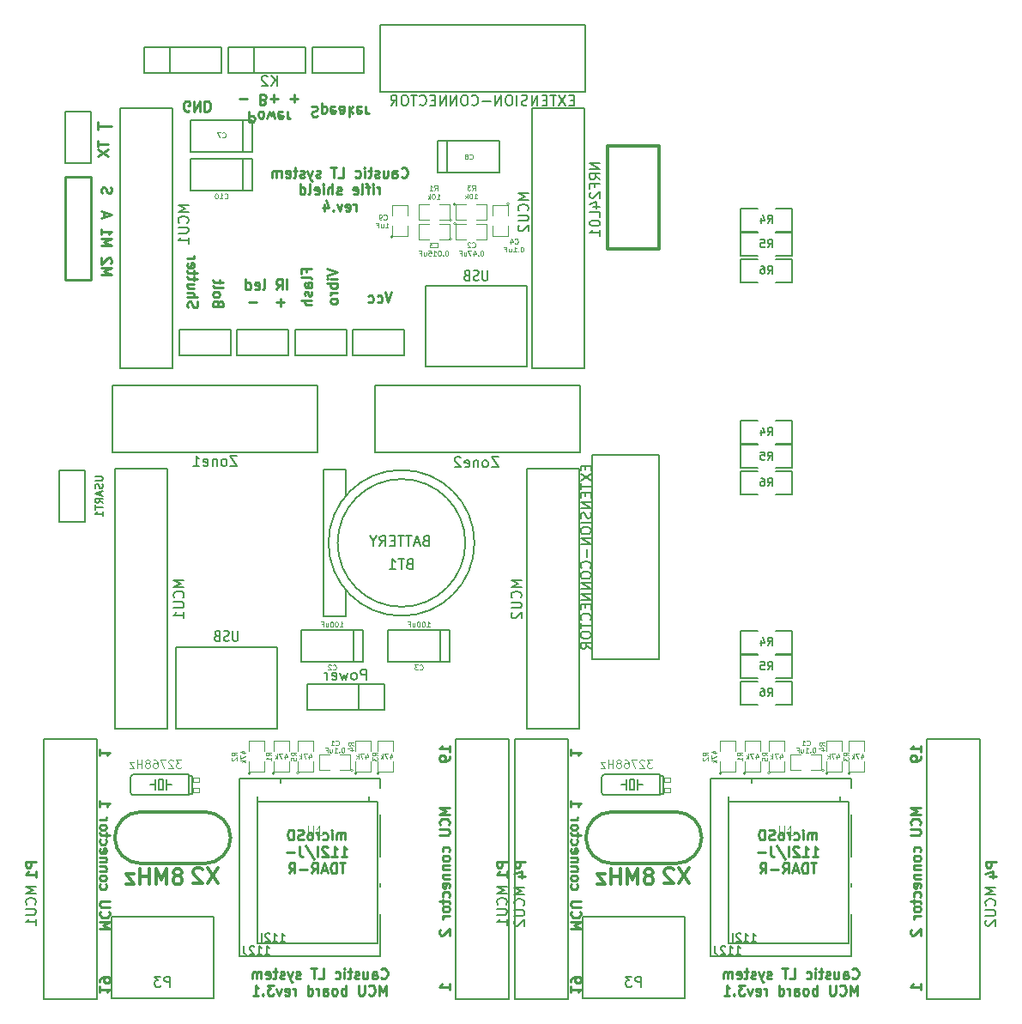
<source format=gbo>
G04 (created by PCBNEW (2013-may-18)-stable) date Вс 24 янв 2016 11:36:20*
%MOIN*%
G04 Gerber Fmt 3.4, Leading zero omitted, Abs format*
%FSLAX34Y34*%
G01*
G70*
G90*
G04 APERTURE LIST*
%ADD10C,0.00590551*%
%ADD11C,0.00984252*%
%ADD12C,0.005*%
%ADD13C,0.0039*%
%ADD14C,0.01*%
%ADD15C,0.006*%
%ADD16C,0.012*%
%ADD17C,0.0125*%
%ADD18C,0.0026*%
%ADD19C,0.0043*%
%ADD20C,0.0047*%
%ADD21C,0.008*%
%ADD22C,0.00393701*%
%ADD23C,0.0035*%
G04 APERTURE END LIST*
G54D10*
G54D11*
X108518Y-35365D02*
X108387Y-35759D01*
X108256Y-35365D01*
X107956Y-35740D02*
X107993Y-35759D01*
X108068Y-35759D01*
X108106Y-35740D01*
X108124Y-35721D01*
X108143Y-35684D01*
X108143Y-35571D01*
X108124Y-35534D01*
X108106Y-35515D01*
X108068Y-35496D01*
X107993Y-35496D01*
X107956Y-35515D01*
X107618Y-35740D02*
X107656Y-35759D01*
X107731Y-35759D01*
X107768Y-35740D01*
X107787Y-35721D01*
X107806Y-35684D01*
X107806Y-35571D01*
X107787Y-35534D01*
X107768Y-35515D01*
X107731Y-35496D01*
X107656Y-35496D01*
X107618Y-35515D01*
X108890Y-30871D02*
X108909Y-30890D01*
X108965Y-30909D01*
X109002Y-30909D01*
X109059Y-30890D01*
X109096Y-30853D01*
X109115Y-30815D01*
X109134Y-30740D01*
X109134Y-30684D01*
X109115Y-30609D01*
X109096Y-30571D01*
X109059Y-30534D01*
X109002Y-30515D01*
X108965Y-30515D01*
X108909Y-30534D01*
X108890Y-30553D01*
X108552Y-30909D02*
X108552Y-30703D01*
X108571Y-30665D01*
X108609Y-30646D01*
X108684Y-30646D01*
X108721Y-30665D01*
X108552Y-30890D02*
X108590Y-30909D01*
X108684Y-30909D01*
X108721Y-30890D01*
X108740Y-30853D01*
X108740Y-30815D01*
X108721Y-30778D01*
X108684Y-30759D01*
X108590Y-30759D01*
X108552Y-30740D01*
X108196Y-30646D02*
X108196Y-30909D01*
X108365Y-30646D02*
X108365Y-30853D01*
X108346Y-30890D01*
X108309Y-30909D01*
X108252Y-30909D01*
X108215Y-30890D01*
X108196Y-30871D01*
X108027Y-30890D02*
X107990Y-30909D01*
X107915Y-30909D01*
X107877Y-30890D01*
X107859Y-30853D01*
X107859Y-30834D01*
X107877Y-30796D01*
X107915Y-30778D01*
X107971Y-30778D01*
X108009Y-30759D01*
X108027Y-30721D01*
X108027Y-30703D01*
X108009Y-30665D01*
X107971Y-30646D01*
X107915Y-30646D01*
X107877Y-30665D01*
X107746Y-30646D02*
X107596Y-30646D01*
X107690Y-30515D02*
X107690Y-30853D01*
X107671Y-30890D01*
X107634Y-30909D01*
X107596Y-30909D01*
X107465Y-30909D02*
X107465Y-30646D01*
X107465Y-30515D02*
X107484Y-30534D01*
X107465Y-30553D01*
X107446Y-30534D01*
X107465Y-30515D01*
X107465Y-30553D01*
X107109Y-30890D02*
X107146Y-30909D01*
X107221Y-30909D01*
X107259Y-30890D01*
X107278Y-30871D01*
X107296Y-30834D01*
X107296Y-30721D01*
X107278Y-30684D01*
X107259Y-30665D01*
X107221Y-30646D01*
X107146Y-30646D01*
X107109Y-30665D01*
X106453Y-30909D02*
X106640Y-30909D01*
X106640Y-30515D01*
X106378Y-30515D02*
X106153Y-30515D01*
X106265Y-30909D02*
X106265Y-30515D01*
X105740Y-30890D02*
X105703Y-30909D01*
X105628Y-30909D01*
X105590Y-30890D01*
X105571Y-30853D01*
X105571Y-30834D01*
X105590Y-30796D01*
X105628Y-30778D01*
X105684Y-30778D01*
X105721Y-30759D01*
X105740Y-30721D01*
X105740Y-30703D01*
X105721Y-30665D01*
X105684Y-30646D01*
X105628Y-30646D01*
X105590Y-30665D01*
X105440Y-30646D02*
X105347Y-30909D01*
X105253Y-30646D02*
X105347Y-30909D01*
X105384Y-31003D01*
X105403Y-31021D01*
X105440Y-31040D01*
X105122Y-30890D02*
X105084Y-30909D01*
X105009Y-30909D01*
X104972Y-30890D01*
X104953Y-30853D01*
X104953Y-30834D01*
X104972Y-30796D01*
X105009Y-30778D01*
X105065Y-30778D01*
X105103Y-30759D01*
X105122Y-30721D01*
X105122Y-30703D01*
X105103Y-30665D01*
X105065Y-30646D01*
X105009Y-30646D01*
X104972Y-30665D01*
X104840Y-30646D02*
X104690Y-30646D01*
X104784Y-30515D02*
X104784Y-30853D01*
X104765Y-30890D01*
X104728Y-30909D01*
X104690Y-30909D01*
X104409Y-30890D02*
X104447Y-30909D01*
X104522Y-30909D01*
X104559Y-30890D01*
X104578Y-30853D01*
X104578Y-30703D01*
X104559Y-30665D01*
X104522Y-30646D01*
X104447Y-30646D01*
X104409Y-30665D01*
X104390Y-30703D01*
X104390Y-30740D01*
X104578Y-30778D01*
X104222Y-30909D02*
X104222Y-30646D01*
X104222Y-30684D02*
X104203Y-30665D01*
X104165Y-30646D01*
X104109Y-30646D01*
X104072Y-30665D01*
X104053Y-30703D01*
X104053Y-30909D01*
X104053Y-30703D02*
X104034Y-30665D01*
X103997Y-30646D01*
X103940Y-30646D01*
X103903Y-30665D01*
X103884Y-30703D01*
X103884Y-30909D01*
X108037Y-31558D02*
X108037Y-31296D01*
X108037Y-31371D02*
X108018Y-31333D01*
X107999Y-31315D01*
X107962Y-31296D01*
X107924Y-31296D01*
X107793Y-31558D02*
X107793Y-31296D01*
X107793Y-31165D02*
X107812Y-31184D01*
X107793Y-31202D01*
X107774Y-31184D01*
X107793Y-31165D01*
X107793Y-31202D01*
X107662Y-31296D02*
X107512Y-31296D01*
X107606Y-31558D02*
X107606Y-31221D01*
X107587Y-31184D01*
X107549Y-31165D01*
X107512Y-31165D01*
X107324Y-31558D02*
X107362Y-31540D01*
X107381Y-31502D01*
X107381Y-31165D01*
X107024Y-31540D02*
X107062Y-31558D01*
X107137Y-31558D01*
X107174Y-31540D01*
X107193Y-31502D01*
X107193Y-31352D01*
X107174Y-31315D01*
X107137Y-31296D01*
X107062Y-31296D01*
X107024Y-31315D01*
X107006Y-31352D01*
X107006Y-31390D01*
X107193Y-31427D01*
X106556Y-31540D02*
X106518Y-31558D01*
X106443Y-31558D01*
X106406Y-31540D01*
X106387Y-31502D01*
X106387Y-31483D01*
X106406Y-31446D01*
X106443Y-31427D01*
X106500Y-31427D01*
X106537Y-31408D01*
X106556Y-31371D01*
X106556Y-31352D01*
X106537Y-31315D01*
X106500Y-31296D01*
X106443Y-31296D01*
X106406Y-31315D01*
X106218Y-31558D02*
X106218Y-31165D01*
X106050Y-31558D02*
X106050Y-31352D01*
X106068Y-31315D01*
X106106Y-31296D01*
X106162Y-31296D01*
X106200Y-31315D01*
X106218Y-31333D01*
X105862Y-31558D02*
X105862Y-31296D01*
X105862Y-31165D02*
X105881Y-31184D01*
X105862Y-31202D01*
X105843Y-31184D01*
X105862Y-31165D01*
X105862Y-31202D01*
X105525Y-31540D02*
X105562Y-31558D01*
X105637Y-31558D01*
X105675Y-31540D01*
X105693Y-31502D01*
X105693Y-31352D01*
X105675Y-31315D01*
X105637Y-31296D01*
X105562Y-31296D01*
X105525Y-31315D01*
X105506Y-31352D01*
X105506Y-31390D01*
X105693Y-31427D01*
X105281Y-31558D02*
X105318Y-31540D01*
X105337Y-31502D01*
X105337Y-31165D01*
X104962Y-31558D02*
X104962Y-31165D01*
X104962Y-31540D02*
X105000Y-31558D01*
X105075Y-31558D01*
X105112Y-31540D01*
X105131Y-31521D01*
X105150Y-31483D01*
X105150Y-31371D01*
X105131Y-31333D01*
X105112Y-31315D01*
X105075Y-31296D01*
X105000Y-31296D01*
X104962Y-31315D01*
X107128Y-32208D02*
X107128Y-31946D01*
X107128Y-32021D02*
X107109Y-31983D01*
X107090Y-31964D01*
X107053Y-31946D01*
X107015Y-31946D01*
X106734Y-32189D02*
X106771Y-32208D01*
X106846Y-32208D01*
X106884Y-32189D01*
X106903Y-32152D01*
X106903Y-32002D01*
X106884Y-31964D01*
X106846Y-31946D01*
X106771Y-31946D01*
X106734Y-31964D01*
X106715Y-32002D01*
X106715Y-32039D01*
X106903Y-32077D01*
X106584Y-31946D02*
X106490Y-32208D01*
X106396Y-31946D01*
X106246Y-32171D02*
X106228Y-32189D01*
X106246Y-32208D01*
X106265Y-32189D01*
X106246Y-32171D01*
X106246Y-32208D01*
X105890Y-31946D02*
X105890Y-32208D01*
X105984Y-31796D02*
X106078Y-32077D01*
X105834Y-32077D01*
X100650Y-28315D02*
X100612Y-28334D01*
X100556Y-28334D01*
X100500Y-28315D01*
X100462Y-28278D01*
X100443Y-28240D01*
X100425Y-28165D01*
X100425Y-28109D01*
X100443Y-28034D01*
X100462Y-27996D01*
X100500Y-27959D01*
X100556Y-27940D01*
X100593Y-27940D01*
X100650Y-27959D01*
X100668Y-27978D01*
X100668Y-28109D01*
X100593Y-28109D01*
X100837Y-27940D02*
X100837Y-28334D01*
X101062Y-27940D01*
X101062Y-28334D01*
X101249Y-27940D02*
X101249Y-28334D01*
X101343Y-28334D01*
X101399Y-28315D01*
X101437Y-28278D01*
X101456Y-28240D01*
X101474Y-28165D01*
X101474Y-28109D01*
X101456Y-28034D01*
X101437Y-27996D01*
X101399Y-27959D01*
X101343Y-27940D01*
X101249Y-27940D01*
X97096Y-29062D02*
X97096Y-28762D01*
X97096Y-28912D02*
X97621Y-28912D01*
X97115Y-29493D02*
X97115Y-29718D01*
X97509Y-29606D02*
X97115Y-29606D01*
X97115Y-29812D02*
X97509Y-30074D01*
X97115Y-30074D02*
X97509Y-29812D01*
X97240Y-34687D02*
X97634Y-34687D01*
X97353Y-34556D01*
X97634Y-34424D01*
X97240Y-34424D01*
X97596Y-34256D02*
X97615Y-34237D01*
X97634Y-34199D01*
X97634Y-34106D01*
X97615Y-34068D01*
X97596Y-34049D01*
X97559Y-34031D01*
X97521Y-34031D01*
X97465Y-34049D01*
X97240Y-34274D01*
X97240Y-34031D01*
X97240Y-33562D02*
X97634Y-33562D01*
X97353Y-33431D01*
X97634Y-33299D01*
X97240Y-33299D01*
X97240Y-32906D02*
X97240Y-33131D01*
X97240Y-33018D02*
X97634Y-33018D01*
X97578Y-33056D01*
X97540Y-33093D01*
X97521Y-33131D01*
X97353Y-32456D02*
X97353Y-32268D01*
X97240Y-32493D02*
X97634Y-32362D01*
X97240Y-32231D01*
X97259Y-31518D02*
X97240Y-31462D01*
X97240Y-31368D01*
X97259Y-31331D01*
X97278Y-31312D01*
X97315Y-31293D01*
X97353Y-31293D01*
X97390Y-31312D01*
X97409Y-31331D01*
X97428Y-31368D01*
X97446Y-31443D01*
X97465Y-31481D01*
X97484Y-31500D01*
X97521Y-31518D01*
X97559Y-31518D01*
X97596Y-31500D01*
X97615Y-31481D01*
X97634Y-31443D01*
X97634Y-31350D01*
X97615Y-31293D01*
X102971Y-28340D02*
X102971Y-28734D01*
X103121Y-28734D01*
X103159Y-28715D01*
X103178Y-28696D01*
X103196Y-28659D01*
X103196Y-28603D01*
X103178Y-28565D01*
X103159Y-28546D01*
X103121Y-28528D01*
X102971Y-28528D01*
X103421Y-28340D02*
X103384Y-28359D01*
X103365Y-28378D01*
X103346Y-28415D01*
X103346Y-28528D01*
X103365Y-28565D01*
X103384Y-28584D01*
X103421Y-28603D01*
X103478Y-28603D01*
X103515Y-28584D01*
X103534Y-28565D01*
X103553Y-28528D01*
X103553Y-28415D01*
X103534Y-28378D01*
X103515Y-28359D01*
X103478Y-28340D01*
X103421Y-28340D01*
X103684Y-28603D02*
X103759Y-28340D01*
X103834Y-28528D01*
X103909Y-28340D01*
X103984Y-28603D01*
X104284Y-28359D02*
X104246Y-28340D01*
X104171Y-28340D01*
X104134Y-28359D01*
X104115Y-28396D01*
X104115Y-28546D01*
X104134Y-28584D01*
X104171Y-28603D01*
X104246Y-28603D01*
X104284Y-28584D01*
X104303Y-28546D01*
X104303Y-28509D01*
X104115Y-28471D01*
X104471Y-28340D02*
X104471Y-28603D01*
X104471Y-28528D02*
X104490Y-28565D01*
X104509Y-28584D01*
X104546Y-28603D01*
X104584Y-28603D01*
X102615Y-27841D02*
X102915Y-27841D01*
X103534Y-27897D02*
X103590Y-27878D01*
X103609Y-27859D01*
X103628Y-27822D01*
X103628Y-27766D01*
X103609Y-27728D01*
X103590Y-27709D01*
X103553Y-27691D01*
X103403Y-27691D01*
X103403Y-28084D01*
X103534Y-28084D01*
X103571Y-28065D01*
X103590Y-28047D01*
X103609Y-28009D01*
X103609Y-27972D01*
X103590Y-27934D01*
X103571Y-27916D01*
X103534Y-27897D01*
X103403Y-27897D01*
X103796Y-27841D02*
X104096Y-27841D01*
X103946Y-27691D02*
X103946Y-27991D01*
X104584Y-27841D02*
X104884Y-27841D01*
X104734Y-27691D02*
X104734Y-27991D01*
X105412Y-28159D02*
X105468Y-28140D01*
X105562Y-28140D01*
X105600Y-28159D01*
X105618Y-28178D01*
X105637Y-28215D01*
X105637Y-28253D01*
X105618Y-28290D01*
X105600Y-28309D01*
X105562Y-28328D01*
X105487Y-28346D01*
X105450Y-28365D01*
X105431Y-28384D01*
X105412Y-28421D01*
X105412Y-28459D01*
X105431Y-28496D01*
X105450Y-28515D01*
X105487Y-28534D01*
X105581Y-28534D01*
X105637Y-28515D01*
X105806Y-28403D02*
X105806Y-28009D01*
X105806Y-28384D02*
X105843Y-28403D01*
X105918Y-28403D01*
X105956Y-28384D01*
X105975Y-28365D01*
X105993Y-28328D01*
X105993Y-28215D01*
X105975Y-28178D01*
X105956Y-28159D01*
X105918Y-28140D01*
X105843Y-28140D01*
X105806Y-28159D01*
X106312Y-28159D02*
X106275Y-28140D01*
X106200Y-28140D01*
X106162Y-28159D01*
X106143Y-28196D01*
X106143Y-28346D01*
X106162Y-28384D01*
X106200Y-28403D01*
X106275Y-28403D01*
X106312Y-28384D01*
X106331Y-28346D01*
X106331Y-28309D01*
X106143Y-28271D01*
X106668Y-28140D02*
X106668Y-28346D01*
X106649Y-28384D01*
X106612Y-28403D01*
X106537Y-28403D01*
X106500Y-28384D01*
X106668Y-28159D02*
X106631Y-28140D01*
X106537Y-28140D01*
X106500Y-28159D01*
X106481Y-28196D01*
X106481Y-28234D01*
X106500Y-28271D01*
X106537Y-28290D01*
X106631Y-28290D01*
X106668Y-28309D01*
X106856Y-28140D02*
X106856Y-28534D01*
X106893Y-28290D02*
X107006Y-28140D01*
X107006Y-28403D02*
X106856Y-28253D01*
X107324Y-28159D02*
X107287Y-28140D01*
X107212Y-28140D01*
X107174Y-28159D01*
X107156Y-28196D01*
X107156Y-28346D01*
X107174Y-28384D01*
X107212Y-28403D01*
X107287Y-28403D01*
X107324Y-28384D01*
X107343Y-28346D01*
X107343Y-28309D01*
X107156Y-28271D01*
X107512Y-28140D02*
X107512Y-28403D01*
X107512Y-28328D02*
X107531Y-28365D01*
X107549Y-28384D01*
X107587Y-28403D01*
X107624Y-28403D01*
X101780Y-35798D02*
X101761Y-35742D01*
X101742Y-35723D01*
X101705Y-35704D01*
X101649Y-35704D01*
X101611Y-35723D01*
X101592Y-35742D01*
X101574Y-35779D01*
X101574Y-35929D01*
X101967Y-35929D01*
X101967Y-35798D01*
X101949Y-35761D01*
X101930Y-35742D01*
X101892Y-35723D01*
X101855Y-35723D01*
X101817Y-35742D01*
X101799Y-35761D01*
X101780Y-35798D01*
X101780Y-35929D01*
X101574Y-35479D02*
X101592Y-35517D01*
X101611Y-35536D01*
X101649Y-35554D01*
X101761Y-35554D01*
X101799Y-35536D01*
X101817Y-35517D01*
X101836Y-35479D01*
X101836Y-35423D01*
X101817Y-35386D01*
X101799Y-35367D01*
X101761Y-35348D01*
X101649Y-35348D01*
X101611Y-35367D01*
X101592Y-35386D01*
X101574Y-35423D01*
X101574Y-35479D01*
X101574Y-35123D02*
X101592Y-35161D01*
X101630Y-35179D01*
X101967Y-35179D01*
X101836Y-35029D02*
X101836Y-34880D01*
X101967Y-34973D02*
X101630Y-34973D01*
X101592Y-34955D01*
X101574Y-34917D01*
X101574Y-34880D01*
X100598Y-35954D02*
X100580Y-35898D01*
X100580Y-35804D01*
X100598Y-35767D01*
X100617Y-35748D01*
X100655Y-35729D01*
X100692Y-35729D01*
X100729Y-35748D01*
X100748Y-35767D01*
X100767Y-35804D01*
X100786Y-35879D01*
X100804Y-35917D01*
X100823Y-35935D01*
X100861Y-35954D01*
X100898Y-35954D01*
X100936Y-35935D01*
X100954Y-35917D01*
X100973Y-35879D01*
X100973Y-35785D01*
X100954Y-35729D01*
X100580Y-35561D02*
X100973Y-35561D01*
X100580Y-35392D02*
X100786Y-35392D01*
X100823Y-35411D01*
X100842Y-35448D01*
X100842Y-35504D01*
X100823Y-35542D01*
X100804Y-35561D01*
X100842Y-35036D02*
X100580Y-35036D01*
X100842Y-35204D02*
X100636Y-35204D01*
X100598Y-35186D01*
X100580Y-35148D01*
X100580Y-35092D01*
X100598Y-35054D01*
X100617Y-35036D01*
X100842Y-34904D02*
X100842Y-34754D01*
X100973Y-34848D02*
X100636Y-34848D01*
X100598Y-34829D01*
X100580Y-34792D01*
X100580Y-34754D01*
X100842Y-34679D02*
X100842Y-34529D01*
X100973Y-34623D02*
X100636Y-34623D01*
X100598Y-34604D01*
X100580Y-34567D01*
X100580Y-34529D01*
X100598Y-34248D02*
X100580Y-34286D01*
X100580Y-34361D01*
X100598Y-34398D01*
X100636Y-34417D01*
X100786Y-34417D01*
X100823Y-34398D01*
X100842Y-34361D01*
X100842Y-34286D01*
X100823Y-34248D01*
X100786Y-34229D01*
X100748Y-34229D01*
X100711Y-34417D01*
X100580Y-34061D02*
X100842Y-34061D01*
X100767Y-34061D02*
X100804Y-34042D01*
X100823Y-34023D01*
X100842Y-33986D01*
X100842Y-33948D01*
X104446Y-35259D02*
X104446Y-34865D01*
X104034Y-35259D02*
X104165Y-35071D01*
X104259Y-35259D02*
X104259Y-34865D01*
X104109Y-34865D01*
X104071Y-34884D01*
X104053Y-34903D01*
X104034Y-34940D01*
X104034Y-34996D01*
X104053Y-35034D01*
X104071Y-35053D01*
X104109Y-35071D01*
X104259Y-35071D01*
X103509Y-35259D02*
X103546Y-35240D01*
X103565Y-35203D01*
X103565Y-34865D01*
X103209Y-35240D02*
X103246Y-35259D01*
X103321Y-35259D01*
X103359Y-35240D01*
X103378Y-35203D01*
X103378Y-35053D01*
X103359Y-35015D01*
X103321Y-34996D01*
X103246Y-34996D01*
X103209Y-35015D01*
X103190Y-35053D01*
X103190Y-35090D01*
X103378Y-35128D01*
X102853Y-35259D02*
X102853Y-34865D01*
X102853Y-35240D02*
X102890Y-35259D01*
X102965Y-35259D01*
X103003Y-35240D01*
X103021Y-35221D01*
X103040Y-35184D01*
X103040Y-35071D01*
X103021Y-35034D01*
X103003Y-35015D01*
X102965Y-34996D01*
X102890Y-34996D01*
X102853Y-35015D01*
X104343Y-35758D02*
X104043Y-35758D01*
X104193Y-35908D02*
X104193Y-35608D01*
X103256Y-35758D02*
X102956Y-35758D01*
X105203Y-34587D02*
X105203Y-34456D01*
X105409Y-34456D02*
X105015Y-34456D01*
X105015Y-34643D01*
X105409Y-34850D02*
X105390Y-34812D01*
X105353Y-34793D01*
X105015Y-34793D01*
X105409Y-35168D02*
X105203Y-35168D01*
X105165Y-35150D01*
X105146Y-35112D01*
X105146Y-35037D01*
X105165Y-35000D01*
X105390Y-35168D02*
X105409Y-35131D01*
X105409Y-35037D01*
X105390Y-35000D01*
X105353Y-34981D01*
X105315Y-34981D01*
X105278Y-35000D01*
X105259Y-35037D01*
X105259Y-35131D01*
X105240Y-35168D01*
X105390Y-35337D02*
X105409Y-35374D01*
X105409Y-35449D01*
X105390Y-35487D01*
X105353Y-35506D01*
X105334Y-35506D01*
X105296Y-35487D01*
X105278Y-35449D01*
X105278Y-35393D01*
X105259Y-35356D01*
X105221Y-35337D01*
X105203Y-35337D01*
X105165Y-35356D01*
X105146Y-35393D01*
X105146Y-35449D01*
X105165Y-35487D01*
X105409Y-35674D02*
X105015Y-35674D01*
X105409Y-35843D02*
X105203Y-35843D01*
X105165Y-35824D01*
X105146Y-35787D01*
X105146Y-35731D01*
X105165Y-35693D01*
X105184Y-35674D01*
X106015Y-34446D02*
X106409Y-34578D01*
X106015Y-34709D01*
X106409Y-34840D02*
X106146Y-34840D01*
X106015Y-34840D02*
X106034Y-34821D01*
X106053Y-34840D01*
X106034Y-34859D01*
X106015Y-34840D01*
X106053Y-34840D01*
X106409Y-35028D02*
X106015Y-35028D01*
X106165Y-35028D02*
X106146Y-35065D01*
X106146Y-35140D01*
X106165Y-35178D01*
X106184Y-35196D01*
X106221Y-35215D01*
X106334Y-35215D01*
X106371Y-35196D01*
X106390Y-35178D01*
X106409Y-35140D01*
X106409Y-35065D01*
X106390Y-35028D01*
X106409Y-35384D02*
X106146Y-35384D01*
X106221Y-35384D02*
X106184Y-35403D01*
X106165Y-35421D01*
X106146Y-35459D01*
X106146Y-35496D01*
X106409Y-35684D02*
X106390Y-35646D01*
X106371Y-35628D01*
X106334Y-35609D01*
X106221Y-35609D01*
X106184Y-35628D01*
X106165Y-35646D01*
X106146Y-35684D01*
X106146Y-35740D01*
X106165Y-35778D01*
X106184Y-35796D01*
X106221Y-35815D01*
X106334Y-35815D01*
X106371Y-35796D01*
X106390Y-35778D01*
X106409Y-35740D01*
X106409Y-35684D01*
X106719Y-56627D02*
X106719Y-56365D01*
X106719Y-56402D02*
X106701Y-56384D01*
X106663Y-56365D01*
X106607Y-56365D01*
X106569Y-56384D01*
X106551Y-56421D01*
X106551Y-56627D01*
X106551Y-56421D02*
X106532Y-56384D01*
X106494Y-56365D01*
X106438Y-56365D01*
X106401Y-56384D01*
X106382Y-56421D01*
X106382Y-56627D01*
X106194Y-56627D02*
X106194Y-56365D01*
X106194Y-56234D02*
X106213Y-56252D01*
X106194Y-56271D01*
X106176Y-56252D01*
X106194Y-56234D01*
X106194Y-56271D01*
X105838Y-56609D02*
X105876Y-56627D01*
X105951Y-56627D01*
X105988Y-56609D01*
X106007Y-56590D01*
X106026Y-56552D01*
X106026Y-56440D01*
X106007Y-56402D01*
X105988Y-56384D01*
X105951Y-56365D01*
X105876Y-56365D01*
X105838Y-56384D01*
X105669Y-56627D02*
X105669Y-56365D01*
X105669Y-56440D02*
X105651Y-56402D01*
X105632Y-56384D01*
X105594Y-56365D01*
X105557Y-56365D01*
X105369Y-56627D02*
X105407Y-56609D01*
X105426Y-56590D01*
X105444Y-56552D01*
X105444Y-56440D01*
X105426Y-56402D01*
X105407Y-56384D01*
X105369Y-56365D01*
X105313Y-56365D01*
X105276Y-56384D01*
X105257Y-56402D01*
X105238Y-56440D01*
X105238Y-56552D01*
X105257Y-56590D01*
X105276Y-56609D01*
X105313Y-56627D01*
X105369Y-56627D01*
X105088Y-56609D02*
X105032Y-56627D01*
X104938Y-56627D01*
X104901Y-56609D01*
X104882Y-56590D01*
X104863Y-56552D01*
X104863Y-56515D01*
X104882Y-56477D01*
X104901Y-56459D01*
X104938Y-56440D01*
X105013Y-56421D01*
X105051Y-56402D01*
X105070Y-56384D01*
X105088Y-56346D01*
X105088Y-56309D01*
X105070Y-56271D01*
X105051Y-56252D01*
X105013Y-56234D01*
X104920Y-56234D01*
X104863Y-56252D01*
X104695Y-56627D02*
X104695Y-56234D01*
X104601Y-56234D01*
X104545Y-56252D01*
X104507Y-56290D01*
X104488Y-56327D01*
X104470Y-56402D01*
X104470Y-56459D01*
X104488Y-56534D01*
X104507Y-56571D01*
X104545Y-56609D01*
X104601Y-56627D01*
X104695Y-56627D01*
X106560Y-57277D02*
X106785Y-57277D01*
X106672Y-57277D02*
X106672Y-56883D01*
X106710Y-56940D01*
X106747Y-56977D01*
X106785Y-56996D01*
X106185Y-57277D02*
X106410Y-57277D01*
X106297Y-57277D02*
X106297Y-56883D01*
X106335Y-56940D01*
X106372Y-56977D01*
X106410Y-56996D01*
X106035Y-56921D02*
X106016Y-56902D01*
X105979Y-56883D01*
X105885Y-56883D01*
X105848Y-56902D01*
X105829Y-56921D01*
X105810Y-56958D01*
X105810Y-56996D01*
X105829Y-57052D01*
X106054Y-57277D01*
X105810Y-57277D01*
X105641Y-57277D02*
X105641Y-56883D01*
X105173Y-56865D02*
X105510Y-57371D01*
X104929Y-56883D02*
X104929Y-57164D01*
X104948Y-57221D01*
X104985Y-57258D01*
X105041Y-57277D01*
X105079Y-57277D01*
X104741Y-57127D02*
X104441Y-57127D01*
X106719Y-57533D02*
X106494Y-57533D01*
X106607Y-57927D02*
X106607Y-57533D01*
X106363Y-57927D02*
X106363Y-57533D01*
X106269Y-57533D01*
X106213Y-57552D01*
X106176Y-57589D01*
X106157Y-57627D01*
X106138Y-57702D01*
X106138Y-57758D01*
X106157Y-57833D01*
X106176Y-57870D01*
X106213Y-57908D01*
X106269Y-57927D01*
X106363Y-57927D01*
X105988Y-57814D02*
X105801Y-57814D01*
X106026Y-57927D02*
X105894Y-57533D01*
X105763Y-57927D01*
X105407Y-57927D02*
X105538Y-57739D01*
X105632Y-57927D02*
X105632Y-57533D01*
X105482Y-57533D01*
X105444Y-57552D01*
X105426Y-57570D01*
X105407Y-57608D01*
X105407Y-57664D01*
X105426Y-57702D01*
X105444Y-57720D01*
X105482Y-57739D01*
X105632Y-57739D01*
X105238Y-57777D02*
X104938Y-57777D01*
X104526Y-57927D02*
X104657Y-57739D01*
X104751Y-57927D02*
X104751Y-57533D01*
X104601Y-57533D01*
X104563Y-57552D01*
X104545Y-57570D01*
X104526Y-57608D01*
X104526Y-57664D01*
X104545Y-57702D01*
X104563Y-57720D01*
X104601Y-57739D01*
X104751Y-57739D01*
X110763Y-55371D02*
X110369Y-55371D01*
X110651Y-55502D01*
X110369Y-55634D01*
X110763Y-55634D01*
X110726Y-56046D02*
X110744Y-56027D01*
X110763Y-55971D01*
X110763Y-55934D01*
X110744Y-55877D01*
X110707Y-55840D01*
X110669Y-55821D01*
X110594Y-55802D01*
X110538Y-55802D01*
X110463Y-55821D01*
X110426Y-55840D01*
X110388Y-55877D01*
X110369Y-55934D01*
X110369Y-55971D01*
X110388Y-56027D01*
X110407Y-56046D01*
X110369Y-56215D02*
X110688Y-56215D01*
X110726Y-56234D01*
X110744Y-56252D01*
X110763Y-56290D01*
X110763Y-56365D01*
X110744Y-56402D01*
X110726Y-56421D01*
X110688Y-56440D01*
X110369Y-56440D01*
X110744Y-57096D02*
X110763Y-57059D01*
X110763Y-56984D01*
X110744Y-56946D01*
X110726Y-56927D01*
X110688Y-56909D01*
X110576Y-56909D01*
X110538Y-56927D01*
X110519Y-56946D01*
X110501Y-56984D01*
X110501Y-57059D01*
X110519Y-57096D01*
X110763Y-57321D02*
X110744Y-57284D01*
X110726Y-57265D01*
X110688Y-57246D01*
X110576Y-57246D01*
X110538Y-57265D01*
X110519Y-57284D01*
X110501Y-57321D01*
X110501Y-57377D01*
X110519Y-57415D01*
X110538Y-57434D01*
X110576Y-57452D01*
X110688Y-57452D01*
X110726Y-57434D01*
X110744Y-57415D01*
X110763Y-57377D01*
X110763Y-57321D01*
X110501Y-57621D02*
X110763Y-57621D01*
X110538Y-57621D02*
X110519Y-57640D01*
X110501Y-57677D01*
X110501Y-57733D01*
X110519Y-57771D01*
X110557Y-57790D01*
X110763Y-57790D01*
X110501Y-57977D02*
X110763Y-57977D01*
X110538Y-57977D02*
X110519Y-57996D01*
X110501Y-58033D01*
X110501Y-58090D01*
X110519Y-58127D01*
X110557Y-58146D01*
X110763Y-58146D01*
X110744Y-58483D02*
X110763Y-58446D01*
X110763Y-58371D01*
X110744Y-58333D01*
X110707Y-58315D01*
X110557Y-58315D01*
X110519Y-58333D01*
X110501Y-58371D01*
X110501Y-58446D01*
X110519Y-58483D01*
X110557Y-58502D01*
X110594Y-58502D01*
X110632Y-58315D01*
X110744Y-58840D02*
X110763Y-58802D01*
X110763Y-58727D01*
X110744Y-58690D01*
X110726Y-58671D01*
X110688Y-58652D01*
X110576Y-58652D01*
X110538Y-58671D01*
X110519Y-58690D01*
X110501Y-58727D01*
X110501Y-58802D01*
X110519Y-58840D01*
X110501Y-58952D02*
X110501Y-59102D01*
X110369Y-59008D02*
X110707Y-59008D01*
X110744Y-59027D01*
X110763Y-59065D01*
X110763Y-59102D01*
X110763Y-59290D02*
X110744Y-59252D01*
X110726Y-59233D01*
X110688Y-59215D01*
X110576Y-59215D01*
X110538Y-59233D01*
X110519Y-59252D01*
X110501Y-59290D01*
X110501Y-59346D01*
X110519Y-59383D01*
X110538Y-59402D01*
X110576Y-59421D01*
X110688Y-59421D01*
X110726Y-59402D01*
X110744Y-59383D01*
X110763Y-59346D01*
X110763Y-59290D01*
X110763Y-59589D02*
X110501Y-59589D01*
X110576Y-59589D02*
X110538Y-59608D01*
X110519Y-59627D01*
X110501Y-59664D01*
X110501Y-59702D01*
X110407Y-60114D02*
X110388Y-60133D01*
X110369Y-60171D01*
X110369Y-60264D01*
X110388Y-60302D01*
X110407Y-60321D01*
X110444Y-60339D01*
X110482Y-60339D01*
X110538Y-60321D01*
X110763Y-60096D01*
X110763Y-60339D01*
X97177Y-60084D02*
X97570Y-60084D01*
X97289Y-59953D01*
X97570Y-59822D01*
X97177Y-59822D01*
X97214Y-59410D02*
X97196Y-59428D01*
X97177Y-59485D01*
X97177Y-59522D01*
X97196Y-59578D01*
X97233Y-59616D01*
X97270Y-59634D01*
X97345Y-59653D01*
X97402Y-59653D01*
X97477Y-59634D01*
X97514Y-59616D01*
X97552Y-59578D01*
X97570Y-59522D01*
X97570Y-59485D01*
X97552Y-59428D01*
X97533Y-59410D01*
X97570Y-59241D02*
X97252Y-59241D01*
X97214Y-59222D01*
X97196Y-59203D01*
X97177Y-59166D01*
X97177Y-59091D01*
X97196Y-59053D01*
X97214Y-59035D01*
X97252Y-59016D01*
X97570Y-59016D01*
X97196Y-58360D02*
X97177Y-58397D01*
X97177Y-58472D01*
X97196Y-58510D01*
X97214Y-58528D01*
X97252Y-58547D01*
X97364Y-58547D01*
X97402Y-58528D01*
X97420Y-58510D01*
X97439Y-58472D01*
X97439Y-58397D01*
X97420Y-58360D01*
X97177Y-58135D02*
X97196Y-58172D01*
X97214Y-58191D01*
X97252Y-58210D01*
X97364Y-58210D01*
X97402Y-58191D01*
X97420Y-58172D01*
X97439Y-58135D01*
X97439Y-58078D01*
X97420Y-58041D01*
X97402Y-58022D01*
X97364Y-58003D01*
X97252Y-58003D01*
X97214Y-58022D01*
X97196Y-58041D01*
X97177Y-58078D01*
X97177Y-58135D01*
X97439Y-57835D02*
X97177Y-57835D01*
X97402Y-57835D02*
X97420Y-57816D01*
X97439Y-57778D01*
X97439Y-57722D01*
X97420Y-57685D01*
X97383Y-57666D01*
X97177Y-57666D01*
X97439Y-57479D02*
X97177Y-57479D01*
X97402Y-57479D02*
X97420Y-57460D01*
X97439Y-57422D01*
X97439Y-57366D01*
X97420Y-57329D01*
X97383Y-57310D01*
X97177Y-57310D01*
X97196Y-56972D02*
X97177Y-57010D01*
X97177Y-57085D01*
X97196Y-57122D01*
X97233Y-57141D01*
X97383Y-57141D01*
X97420Y-57122D01*
X97439Y-57085D01*
X97439Y-57010D01*
X97420Y-56972D01*
X97383Y-56954D01*
X97345Y-56954D01*
X97308Y-57141D01*
X97196Y-56616D02*
X97177Y-56654D01*
X97177Y-56729D01*
X97196Y-56766D01*
X97214Y-56785D01*
X97252Y-56804D01*
X97364Y-56804D01*
X97402Y-56785D01*
X97420Y-56766D01*
X97439Y-56729D01*
X97439Y-56654D01*
X97420Y-56616D01*
X97439Y-56504D02*
X97439Y-56354D01*
X97570Y-56447D02*
X97233Y-56447D01*
X97196Y-56429D01*
X97177Y-56391D01*
X97177Y-56354D01*
X97177Y-56166D02*
X97196Y-56204D01*
X97214Y-56222D01*
X97252Y-56241D01*
X97364Y-56241D01*
X97402Y-56222D01*
X97420Y-56204D01*
X97439Y-56166D01*
X97439Y-56110D01*
X97420Y-56072D01*
X97402Y-56054D01*
X97364Y-56035D01*
X97252Y-56035D01*
X97214Y-56054D01*
X97196Y-56072D01*
X97177Y-56110D01*
X97177Y-56166D01*
X97177Y-55866D02*
X97439Y-55866D01*
X97364Y-55866D02*
X97402Y-55847D01*
X97420Y-55829D01*
X97439Y-55791D01*
X97439Y-55754D01*
X97177Y-55116D02*
X97177Y-55341D01*
X97177Y-55229D02*
X97570Y-55229D01*
X97514Y-55266D01*
X97477Y-55304D01*
X97458Y-55341D01*
X110763Y-53204D02*
X110763Y-52979D01*
X110763Y-53092D02*
X110369Y-53092D01*
X110426Y-53054D01*
X110463Y-53017D01*
X110482Y-52979D01*
X110763Y-53392D02*
X110763Y-53467D01*
X110744Y-53504D01*
X110726Y-53523D01*
X110669Y-53560D01*
X110594Y-53579D01*
X110444Y-53579D01*
X110407Y-53560D01*
X110388Y-53541D01*
X110369Y-53504D01*
X110369Y-53429D01*
X110388Y-53392D01*
X110407Y-53373D01*
X110444Y-53354D01*
X110538Y-53354D01*
X110576Y-53373D01*
X110594Y-53392D01*
X110613Y-53429D01*
X110613Y-53504D01*
X110594Y-53541D01*
X110576Y-53560D01*
X110538Y-53579D01*
X110763Y-62447D02*
X110763Y-62222D01*
X110763Y-62334D02*
X110369Y-62334D01*
X110426Y-62297D01*
X110463Y-62259D01*
X110482Y-62222D01*
X97177Y-62330D02*
X97177Y-62555D01*
X97177Y-62443D02*
X97570Y-62443D01*
X97514Y-62480D01*
X97477Y-62518D01*
X97458Y-62555D01*
X97177Y-62143D02*
X97177Y-62068D01*
X97196Y-62030D01*
X97214Y-62012D01*
X97270Y-61974D01*
X97345Y-61955D01*
X97495Y-61955D01*
X97533Y-61974D01*
X97552Y-61993D01*
X97570Y-62030D01*
X97570Y-62105D01*
X97552Y-62143D01*
X97533Y-62162D01*
X97495Y-62180D01*
X97402Y-62180D01*
X97364Y-62162D01*
X97345Y-62143D01*
X97327Y-62105D01*
X97327Y-62030D01*
X97345Y-61993D01*
X97364Y-61974D01*
X97402Y-61955D01*
X97177Y-53127D02*
X97177Y-53352D01*
X97177Y-53240D02*
X97570Y-53240D01*
X97514Y-53277D01*
X97477Y-53315D01*
X97458Y-53352D01*
X108112Y-61984D02*
X108131Y-62002D01*
X108187Y-62021D01*
X108225Y-62021D01*
X108281Y-62002D01*
X108318Y-61965D01*
X108337Y-61927D01*
X108356Y-61852D01*
X108356Y-61796D01*
X108337Y-61721D01*
X108318Y-61684D01*
X108281Y-61646D01*
X108225Y-61627D01*
X108187Y-61627D01*
X108131Y-61646D01*
X108112Y-61665D01*
X107775Y-62021D02*
X107775Y-61815D01*
X107794Y-61777D01*
X107831Y-61759D01*
X107906Y-61759D01*
X107944Y-61777D01*
X107775Y-62002D02*
X107812Y-62021D01*
X107906Y-62021D01*
X107944Y-62002D01*
X107962Y-61965D01*
X107962Y-61927D01*
X107944Y-61890D01*
X107906Y-61871D01*
X107812Y-61871D01*
X107775Y-61852D01*
X107419Y-61759D02*
X107419Y-62021D01*
X107587Y-61759D02*
X107587Y-61965D01*
X107569Y-62002D01*
X107531Y-62021D01*
X107475Y-62021D01*
X107437Y-62002D01*
X107419Y-61984D01*
X107250Y-62002D02*
X107212Y-62021D01*
X107137Y-62021D01*
X107100Y-62002D01*
X107081Y-61965D01*
X107081Y-61946D01*
X107100Y-61909D01*
X107137Y-61890D01*
X107194Y-61890D01*
X107231Y-61871D01*
X107250Y-61834D01*
X107250Y-61815D01*
X107231Y-61777D01*
X107194Y-61759D01*
X107137Y-61759D01*
X107100Y-61777D01*
X106969Y-61759D02*
X106819Y-61759D01*
X106912Y-61627D02*
X106912Y-61965D01*
X106894Y-62002D01*
X106856Y-62021D01*
X106819Y-62021D01*
X106687Y-62021D02*
X106687Y-61759D01*
X106687Y-61627D02*
X106706Y-61646D01*
X106687Y-61665D01*
X106669Y-61646D01*
X106687Y-61627D01*
X106687Y-61665D01*
X106331Y-62002D02*
X106369Y-62021D01*
X106444Y-62021D01*
X106481Y-62002D01*
X106500Y-61984D01*
X106519Y-61946D01*
X106519Y-61834D01*
X106500Y-61796D01*
X106481Y-61777D01*
X106444Y-61759D01*
X106369Y-61759D01*
X106331Y-61777D01*
X105675Y-62021D02*
X105863Y-62021D01*
X105863Y-61627D01*
X105600Y-61627D02*
X105375Y-61627D01*
X105488Y-62021D02*
X105488Y-61627D01*
X104963Y-62002D02*
X104925Y-62021D01*
X104850Y-62021D01*
X104813Y-62002D01*
X104794Y-61965D01*
X104794Y-61946D01*
X104813Y-61909D01*
X104850Y-61890D01*
X104906Y-61890D01*
X104944Y-61871D01*
X104963Y-61834D01*
X104963Y-61815D01*
X104944Y-61777D01*
X104906Y-61759D01*
X104850Y-61759D01*
X104813Y-61777D01*
X104663Y-61759D02*
X104569Y-62021D01*
X104475Y-61759D02*
X104569Y-62021D01*
X104606Y-62115D01*
X104625Y-62134D01*
X104663Y-62152D01*
X104344Y-62002D02*
X104306Y-62021D01*
X104232Y-62021D01*
X104194Y-62002D01*
X104175Y-61965D01*
X104175Y-61946D01*
X104194Y-61909D01*
X104232Y-61890D01*
X104288Y-61890D01*
X104325Y-61871D01*
X104344Y-61834D01*
X104344Y-61815D01*
X104325Y-61777D01*
X104288Y-61759D01*
X104232Y-61759D01*
X104194Y-61777D01*
X104063Y-61759D02*
X103913Y-61759D01*
X104007Y-61627D02*
X104007Y-61965D01*
X103988Y-62002D01*
X103950Y-62021D01*
X103913Y-62021D01*
X103632Y-62002D02*
X103669Y-62021D01*
X103744Y-62021D01*
X103782Y-62002D01*
X103800Y-61965D01*
X103800Y-61815D01*
X103782Y-61777D01*
X103744Y-61759D01*
X103669Y-61759D01*
X103632Y-61777D01*
X103613Y-61815D01*
X103613Y-61852D01*
X103800Y-61890D01*
X103444Y-62021D02*
X103444Y-61759D01*
X103444Y-61796D02*
X103425Y-61777D01*
X103388Y-61759D01*
X103332Y-61759D01*
X103294Y-61777D01*
X103275Y-61815D01*
X103275Y-62021D01*
X103275Y-61815D02*
X103257Y-61777D01*
X103219Y-61759D01*
X103163Y-61759D01*
X103125Y-61777D01*
X103107Y-61815D01*
X103107Y-62021D01*
X108300Y-62671D02*
X108300Y-62277D01*
X108169Y-62558D01*
X108037Y-62277D01*
X108037Y-62671D01*
X107625Y-62633D02*
X107644Y-62652D01*
X107700Y-62671D01*
X107737Y-62671D01*
X107794Y-62652D01*
X107831Y-62614D01*
X107850Y-62577D01*
X107869Y-62502D01*
X107869Y-62446D01*
X107850Y-62371D01*
X107831Y-62333D01*
X107794Y-62296D01*
X107737Y-62277D01*
X107700Y-62277D01*
X107644Y-62296D01*
X107625Y-62314D01*
X107456Y-62277D02*
X107456Y-62596D01*
X107437Y-62633D01*
X107419Y-62652D01*
X107381Y-62671D01*
X107306Y-62671D01*
X107269Y-62652D01*
X107250Y-62633D01*
X107231Y-62596D01*
X107231Y-62277D01*
X106744Y-62671D02*
X106744Y-62277D01*
X106744Y-62427D02*
X106706Y-62408D01*
X106631Y-62408D01*
X106594Y-62427D01*
X106575Y-62446D01*
X106556Y-62483D01*
X106556Y-62596D01*
X106575Y-62633D01*
X106594Y-62652D01*
X106631Y-62671D01*
X106706Y-62671D01*
X106744Y-62652D01*
X106331Y-62671D02*
X106369Y-62652D01*
X106387Y-62633D01*
X106406Y-62596D01*
X106406Y-62483D01*
X106387Y-62446D01*
X106369Y-62427D01*
X106331Y-62408D01*
X106275Y-62408D01*
X106238Y-62427D01*
X106219Y-62446D01*
X106200Y-62483D01*
X106200Y-62596D01*
X106219Y-62633D01*
X106238Y-62652D01*
X106275Y-62671D01*
X106331Y-62671D01*
X105863Y-62671D02*
X105863Y-62464D01*
X105881Y-62427D01*
X105919Y-62408D01*
X105994Y-62408D01*
X106031Y-62427D01*
X105863Y-62652D02*
X105900Y-62671D01*
X105994Y-62671D01*
X106031Y-62652D01*
X106050Y-62614D01*
X106050Y-62577D01*
X106031Y-62539D01*
X105994Y-62521D01*
X105900Y-62521D01*
X105863Y-62502D01*
X105675Y-62671D02*
X105675Y-62408D01*
X105675Y-62483D02*
X105656Y-62446D01*
X105638Y-62427D01*
X105600Y-62408D01*
X105563Y-62408D01*
X105263Y-62671D02*
X105263Y-62277D01*
X105263Y-62652D02*
X105300Y-62671D01*
X105375Y-62671D01*
X105413Y-62652D01*
X105431Y-62633D01*
X105450Y-62596D01*
X105450Y-62483D01*
X105431Y-62446D01*
X105413Y-62427D01*
X105375Y-62408D01*
X105300Y-62408D01*
X105263Y-62427D01*
X104775Y-62671D02*
X104775Y-62408D01*
X104775Y-62483D02*
X104756Y-62446D01*
X104738Y-62427D01*
X104700Y-62408D01*
X104663Y-62408D01*
X104381Y-62652D02*
X104419Y-62671D01*
X104494Y-62671D01*
X104531Y-62652D01*
X104550Y-62614D01*
X104550Y-62464D01*
X104531Y-62427D01*
X104494Y-62408D01*
X104419Y-62408D01*
X104381Y-62427D01*
X104363Y-62464D01*
X104363Y-62502D01*
X104550Y-62539D01*
X104232Y-62408D02*
X104138Y-62671D01*
X104044Y-62408D01*
X103932Y-62277D02*
X103688Y-62277D01*
X103819Y-62427D01*
X103763Y-62427D01*
X103725Y-62446D01*
X103707Y-62464D01*
X103688Y-62502D01*
X103688Y-62596D01*
X103707Y-62633D01*
X103725Y-62652D01*
X103763Y-62671D01*
X103875Y-62671D01*
X103913Y-62652D01*
X103932Y-62633D01*
X103519Y-62633D02*
X103500Y-62652D01*
X103519Y-62671D01*
X103538Y-62652D01*
X103519Y-62633D01*
X103519Y-62671D01*
X103125Y-62671D02*
X103350Y-62671D01*
X103238Y-62671D02*
X103238Y-62277D01*
X103275Y-62333D01*
X103313Y-62371D01*
X103350Y-62389D01*
X125019Y-56627D02*
X125019Y-56365D01*
X125019Y-56402D02*
X125001Y-56384D01*
X124963Y-56365D01*
X124907Y-56365D01*
X124869Y-56384D01*
X124851Y-56421D01*
X124851Y-56627D01*
X124851Y-56421D02*
X124832Y-56384D01*
X124794Y-56365D01*
X124738Y-56365D01*
X124701Y-56384D01*
X124682Y-56421D01*
X124682Y-56627D01*
X124494Y-56627D02*
X124494Y-56365D01*
X124494Y-56234D02*
X124513Y-56252D01*
X124494Y-56271D01*
X124476Y-56252D01*
X124494Y-56234D01*
X124494Y-56271D01*
X124138Y-56609D02*
X124176Y-56627D01*
X124251Y-56627D01*
X124288Y-56609D01*
X124307Y-56590D01*
X124326Y-56552D01*
X124326Y-56440D01*
X124307Y-56402D01*
X124288Y-56384D01*
X124251Y-56365D01*
X124176Y-56365D01*
X124138Y-56384D01*
X123969Y-56627D02*
X123969Y-56365D01*
X123969Y-56440D02*
X123951Y-56402D01*
X123932Y-56384D01*
X123894Y-56365D01*
X123857Y-56365D01*
X123669Y-56627D02*
X123707Y-56609D01*
X123726Y-56590D01*
X123744Y-56552D01*
X123744Y-56440D01*
X123726Y-56402D01*
X123707Y-56384D01*
X123669Y-56365D01*
X123613Y-56365D01*
X123576Y-56384D01*
X123557Y-56402D01*
X123538Y-56440D01*
X123538Y-56552D01*
X123557Y-56590D01*
X123576Y-56609D01*
X123613Y-56627D01*
X123669Y-56627D01*
X123388Y-56609D02*
X123332Y-56627D01*
X123238Y-56627D01*
X123201Y-56609D01*
X123182Y-56590D01*
X123163Y-56552D01*
X123163Y-56515D01*
X123182Y-56477D01*
X123201Y-56459D01*
X123238Y-56440D01*
X123313Y-56421D01*
X123351Y-56402D01*
X123370Y-56384D01*
X123388Y-56346D01*
X123388Y-56309D01*
X123370Y-56271D01*
X123351Y-56252D01*
X123313Y-56234D01*
X123220Y-56234D01*
X123163Y-56252D01*
X122995Y-56627D02*
X122995Y-56234D01*
X122901Y-56234D01*
X122845Y-56252D01*
X122807Y-56290D01*
X122788Y-56327D01*
X122770Y-56402D01*
X122770Y-56459D01*
X122788Y-56534D01*
X122807Y-56571D01*
X122845Y-56609D01*
X122901Y-56627D01*
X122995Y-56627D01*
X124860Y-57277D02*
X125085Y-57277D01*
X124972Y-57277D02*
X124972Y-56883D01*
X125010Y-56940D01*
X125047Y-56977D01*
X125085Y-56996D01*
X124485Y-57277D02*
X124710Y-57277D01*
X124597Y-57277D02*
X124597Y-56883D01*
X124635Y-56940D01*
X124672Y-56977D01*
X124710Y-56996D01*
X124335Y-56921D02*
X124316Y-56902D01*
X124279Y-56883D01*
X124185Y-56883D01*
X124148Y-56902D01*
X124129Y-56921D01*
X124110Y-56958D01*
X124110Y-56996D01*
X124129Y-57052D01*
X124354Y-57277D01*
X124110Y-57277D01*
X123941Y-57277D02*
X123941Y-56883D01*
X123473Y-56865D02*
X123810Y-57371D01*
X123229Y-56883D02*
X123229Y-57164D01*
X123248Y-57221D01*
X123285Y-57258D01*
X123341Y-57277D01*
X123379Y-57277D01*
X123041Y-57127D02*
X122741Y-57127D01*
X125019Y-57533D02*
X124794Y-57533D01*
X124907Y-57927D02*
X124907Y-57533D01*
X124663Y-57927D02*
X124663Y-57533D01*
X124569Y-57533D01*
X124513Y-57552D01*
X124476Y-57589D01*
X124457Y-57627D01*
X124438Y-57702D01*
X124438Y-57758D01*
X124457Y-57833D01*
X124476Y-57870D01*
X124513Y-57908D01*
X124569Y-57927D01*
X124663Y-57927D01*
X124288Y-57814D02*
X124101Y-57814D01*
X124326Y-57927D02*
X124194Y-57533D01*
X124063Y-57927D01*
X123707Y-57927D02*
X123838Y-57739D01*
X123932Y-57927D02*
X123932Y-57533D01*
X123782Y-57533D01*
X123744Y-57552D01*
X123726Y-57570D01*
X123707Y-57608D01*
X123707Y-57664D01*
X123726Y-57702D01*
X123744Y-57720D01*
X123782Y-57739D01*
X123932Y-57739D01*
X123538Y-57777D02*
X123238Y-57777D01*
X122826Y-57927D02*
X122957Y-57739D01*
X123051Y-57927D02*
X123051Y-57533D01*
X122901Y-57533D01*
X122863Y-57552D01*
X122845Y-57570D01*
X122826Y-57608D01*
X122826Y-57664D01*
X122845Y-57702D01*
X122863Y-57720D01*
X122901Y-57739D01*
X123051Y-57739D01*
X129063Y-55371D02*
X128669Y-55371D01*
X128951Y-55502D01*
X128669Y-55634D01*
X129063Y-55634D01*
X129026Y-56046D02*
X129044Y-56027D01*
X129063Y-55971D01*
X129063Y-55934D01*
X129044Y-55877D01*
X129007Y-55840D01*
X128969Y-55821D01*
X128894Y-55802D01*
X128838Y-55802D01*
X128763Y-55821D01*
X128726Y-55840D01*
X128688Y-55877D01*
X128669Y-55934D01*
X128669Y-55971D01*
X128688Y-56027D01*
X128707Y-56046D01*
X128669Y-56215D02*
X128988Y-56215D01*
X129026Y-56234D01*
X129044Y-56252D01*
X129063Y-56290D01*
X129063Y-56365D01*
X129044Y-56402D01*
X129026Y-56421D01*
X128988Y-56440D01*
X128669Y-56440D01*
X129044Y-57096D02*
X129063Y-57059D01*
X129063Y-56984D01*
X129044Y-56946D01*
X129026Y-56927D01*
X128988Y-56909D01*
X128876Y-56909D01*
X128838Y-56927D01*
X128819Y-56946D01*
X128801Y-56984D01*
X128801Y-57059D01*
X128819Y-57096D01*
X129063Y-57321D02*
X129044Y-57284D01*
X129026Y-57265D01*
X128988Y-57246D01*
X128876Y-57246D01*
X128838Y-57265D01*
X128819Y-57284D01*
X128801Y-57321D01*
X128801Y-57377D01*
X128819Y-57415D01*
X128838Y-57434D01*
X128876Y-57452D01*
X128988Y-57452D01*
X129026Y-57434D01*
X129044Y-57415D01*
X129063Y-57377D01*
X129063Y-57321D01*
X128801Y-57621D02*
X129063Y-57621D01*
X128838Y-57621D02*
X128819Y-57640D01*
X128801Y-57677D01*
X128801Y-57733D01*
X128819Y-57771D01*
X128857Y-57790D01*
X129063Y-57790D01*
X128801Y-57977D02*
X129063Y-57977D01*
X128838Y-57977D02*
X128819Y-57996D01*
X128801Y-58033D01*
X128801Y-58090D01*
X128819Y-58127D01*
X128857Y-58146D01*
X129063Y-58146D01*
X129044Y-58483D02*
X129063Y-58446D01*
X129063Y-58371D01*
X129044Y-58333D01*
X129007Y-58315D01*
X128857Y-58315D01*
X128819Y-58333D01*
X128801Y-58371D01*
X128801Y-58446D01*
X128819Y-58483D01*
X128857Y-58502D01*
X128894Y-58502D01*
X128932Y-58315D01*
X129044Y-58840D02*
X129063Y-58802D01*
X129063Y-58727D01*
X129044Y-58690D01*
X129026Y-58671D01*
X128988Y-58652D01*
X128876Y-58652D01*
X128838Y-58671D01*
X128819Y-58690D01*
X128801Y-58727D01*
X128801Y-58802D01*
X128819Y-58840D01*
X128801Y-58952D02*
X128801Y-59102D01*
X128669Y-59008D02*
X129007Y-59008D01*
X129044Y-59027D01*
X129063Y-59065D01*
X129063Y-59102D01*
X129063Y-59290D02*
X129044Y-59252D01*
X129026Y-59233D01*
X128988Y-59215D01*
X128876Y-59215D01*
X128838Y-59233D01*
X128819Y-59252D01*
X128801Y-59290D01*
X128801Y-59346D01*
X128819Y-59383D01*
X128838Y-59402D01*
X128876Y-59421D01*
X128988Y-59421D01*
X129026Y-59402D01*
X129044Y-59383D01*
X129063Y-59346D01*
X129063Y-59290D01*
X129063Y-59589D02*
X128801Y-59589D01*
X128876Y-59589D02*
X128838Y-59608D01*
X128819Y-59627D01*
X128801Y-59664D01*
X128801Y-59702D01*
X128707Y-60114D02*
X128688Y-60133D01*
X128669Y-60171D01*
X128669Y-60264D01*
X128688Y-60302D01*
X128707Y-60321D01*
X128744Y-60339D01*
X128782Y-60339D01*
X128838Y-60321D01*
X129063Y-60096D01*
X129063Y-60339D01*
X115477Y-60084D02*
X115870Y-60084D01*
X115589Y-59953D01*
X115870Y-59822D01*
X115477Y-59822D01*
X115514Y-59410D02*
X115496Y-59428D01*
X115477Y-59485D01*
X115477Y-59522D01*
X115496Y-59578D01*
X115533Y-59616D01*
X115570Y-59634D01*
X115645Y-59653D01*
X115702Y-59653D01*
X115777Y-59634D01*
X115814Y-59616D01*
X115852Y-59578D01*
X115870Y-59522D01*
X115870Y-59485D01*
X115852Y-59428D01*
X115833Y-59410D01*
X115870Y-59241D02*
X115552Y-59241D01*
X115514Y-59222D01*
X115496Y-59203D01*
X115477Y-59166D01*
X115477Y-59091D01*
X115496Y-59053D01*
X115514Y-59035D01*
X115552Y-59016D01*
X115870Y-59016D01*
X115496Y-58360D02*
X115477Y-58397D01*
X115477Y-58472D01*
X115496Y-58510D01*
X115514Y-58528D01*
X115552Y-58547D01*
X115664Y-58547D01*
X115702Y-58528D01*
X115720Y-58510D01*
X115739Y-58472D01*
X115739Y-58397D01*
X115720Y-58360D01*
X115477Y-58135D02*
X115496Y-58172D01*
X115514Y-58191D01*
X115552Y-58210D01*
X115664Y-58210D01*
X115702Y-58191D01*
X115720Y-58172D01*
X115739Y-58135D01*
X115739Y-58078D01*
X115720Y-58041D01*
X115702Y-58022D01*
X115664Y-58003D01*
X115552Y-58003D01*
X115514Y-58022D01*
X115496Y-58041D01*
X115477Y-58078D01*
X115477Y-58135D01*
X115739Y-57835D02*
X115477Y-57835D01*
X115702Y-57835D02*
X115720Y-57816D01*
X115739Y-57778D01*
X115739Y-57722D01*
X115720Y-57685D01*
X115683Y-57666D01*
X115477Y-57666D01*
X115739Y-57479D02*
X115477Y-57479D01*
X115702Y-57479D02*
X115720Y-57460D01*
X115739Y-57422D01*
X115739Y-57366D01*
X115720Y-57329D01*
X115683Y-57310D01*
X115477Y-57310D01*
X115496Y-56972D02*
X115477Y-57010D01*
X115477Y-57085D01*
X115496Y-57122D01*
X115533Y-57141D01*
X115683Y-57141D01*
X115720Y-57122D01*
X115739Y-57085D01*
X115739Y-57010D01*
X115720Y-56972D01*
X115683Y-56954D01*
X115645Y-56954D01*
X115608Y-57141D01*
X115496Y-56616D02*
X115477Y-56654D01*
X115477Y-56729D01*
X115496Y-56766D01*
X115514Y-56785D01*
X115552Y-56804D01*
X115664Y-56804D01*
X115702Y-56785D01*
X115720Y-56766D01*
X115739Y-56729D01*
X115739Y-56654D01*
X115720Y-56616D01*
X115739Y-56504D02*
X115739Y-56354D01*
X115870Y-56447D02*
X115533Y-56447D01*
X115496Y-56429D01*
X115477Y-56391D01*
X115477Y-56354D01*
X115477Y-56166D02*
X115496Y-56204D01*
X115514Y-56222D01*
X115552Y-56241D01*
X115664Y-56241D01*
X115702Y-56222D01*
X115720Y-56204D01*
X115739Y-56166D01*
X115739Y-56110D01*
X115720Y-56072D01*
X115702Y-56054D01*
X115664Y-56035D01*
X115552Y-56035D01*
X115514Y-56054D01*
X115496Y-56072D01*
X115477Y-56110D01*
X115477Y-56166D01*
X115477Y-55866D02*
X115739Y-55866D01*
X115664Y-55866D02*
X115702Y-55847D01*
X115720Y-55829D01*
X115739Y-55791D01*
X115739Y-55754D01*
X115477Y-55116D02*
X115477Y-55341D01*
X115477Y-55229D02*
X115870Y-55229D01*
X115814Y-55266D01*
X115777Y-55304D01*
X115758Y-55341D01*
X129063Y-53204D02*
X129063Y-52979D01*
X129063Y-53092D02*
X128669Y-53092D01*
X128726Y-53054D01*
X128763Y-53017D01*
X128782Y-52979D01*
X129063Y-53392D02*
X129063Y-53467D01*
X129044Y-53504D01*
X129026Y-53523D01*
X128969Y-53560D01*
X128894Y-53579D01*
X128744Y-53579D01*
X128707Y-53560D01*
X128688Y-53541D01*
X128669Y-53504D01*
X128669Y-53429D01*
X128688Y-53392D01*
X128707Y-53373D01*
X128744Y-53354D01*
X128838Y-53354D01*
X128876Y-53373D01*
X128894Y-53392D01*
X128913Y-53429D01*
X128913Y-53504D01*
X128894Y-53541D01*
X128876Y-53560D01*
X128838Y-53579D01*
X129063Y-62447D02*
X129063Y-62222D01*
X129063Y-62334D02*
X128669Y-62334D01*
X128726Y-62297D01*
X128763Y-62259D01*
X128782Y-62222D01*
X115477Y-62330D02*
X115477Y-62555D01*
X115477Y-62443D02*
X115870Y-62443D01*
X115814Y-62480D01*
X115777Y-62518D01*
X115758Y-62555D01*
X115477Y-62143D02*
X115477Y-62068D01*
X115496Y-62030D01*
X115514Y-62012D01*
X115570Y-61974D01*
X115645Y-61955D01*
X115795Y-61955D01*
X115833Y-61974D01*
X115852Y-61993D01*
X115870Y-62030D01*
X115870Y-62105D01*
X115852Y-62143D01*
X115833Y-62162D01*
X115795Y-62180D01*
X115702Y-62180D01*
X115664Y-62162D01*
X115645Y-62143D01*
X115627Y-62105D01*
X115627Y-62030D01*
X115645Y-61993D01*
X115664Y-61974D01*
X115702Y-61955D01*
X115477Y-53127D02*
X115477Y-53352D01*
X115477Y-53240D02*
X115870Y-53240D01*
X115814Y-53277D01*
X115777Y-53315D01*
X115758Y-53352D01*
X126412Y-61984D02*
X126431Y-62002D01*
X126487Y-62021D01*
X126525Y-62021D01*
X126581Y-62002D01*
X126618Y-61965D01*
X126637Y-61927D01*
X126656Y-61852D01*
X126656Y-61796D01*
X126637Y-61721D01*
X126618Y-61684D01*
X126581Y-61646D01*
X126525Y-61627D01*
X126487Y-61627D01*
X126431Y-61646D01*
X126412Y-61665D01*
X126075Y-62021D02*
X126075Y-61815D01*
X126094Y-61777D01*
X126131Y-61759D01*
X126206Y-61759D01*
X126244Y-61777D01*
X126075Y-62002D02*
X126112Y-62021D01*
X126206Y-62021D01*
X126244Y-62002D01*
X126262Y-61965D01*
X126262Y-61927D01*
X126244Y-61890D01*
X126206Y-61871D01*
X126112Y-61871D01*
X126075Y-61852D01*
X125719Y-61759D02*
X125719Y-62021D01*
X125887Y-61759D02*
X125887Y-61965D01*
X125869Y-62002D01*
X125831Y-62021D01*
X125775Y-62021D01*
X125737Y-62002D01*
X125719Y-61984D01*
X125550Y-62002D02*
X125512Y-62021D01*
X125437Y-62021D01*
X125400Y-62002D01*
X125381Y-61965D01*
X125381Y-61946D01*
X125400Y-61909D01*
X125437Y-61890D01*
X125494Y-61890D01*
X125531Y-61871D01*
X125550Y-61834D01*
X125550Y-61815D01*
X125531Y-61777D01*
X125494Y-61759D01*
X125437Y-61759D01*
X125400Y-61777D01*
X125269Y-61759D02*
X125119Y-61759D01*
X125212Y-61627D02*
X125212Y-61965D01*
X125194Y-62002D01*
X125156Y-62021D01*
X125119Y-62021D01*
X124987Y-62021D02*
X124987Y-61759D01*
X124987Y-61627D02*
X125006Y-61646D01*
X124987Y-61665D01*
X124969Y-61646D01*
X124987Y-61627D01*
X124987Y-61665D01*
X124631Y-62002D02*
X124669Y-62021D01*
X124744Y-62021D01*
X124781Y-62002D01*
X124800Y-61984D01*
X124819Y-61946D01*
X124819Y-61834D01*
X124800Y-61796D01*
X124781Y-61777D01*
X124744Y-61759D01*
X124669Y-61759D01*
X124631Y-61777D01*
X123975Y-62021D02*
X124163Y-62021D01*
X124163Y-61627D01*
X123900Y-61627D02*
X123675Y-61627D01*
X123788Y-62021D02*
X123788Y-61627D01*
X123263Y-62002D02*
X123225Y-62021D01*
X123150Y-62021D01*
X123113Y-62002D01*
X123094Y-61965D01*
X123094Y-61946D01*
X123113Y-61909D01*
X123150Y-61890D01*
X123206Y-61890D01*
X123244Y-61871D01*
X123263Y-61834D01*
X123263Y-61815D01*
X123244Y-61777D01*
X123206Y-61759D01*
X123150Y-61759D01*
X123113Y-61777D01*
X122963Y-61759D02*
X122869Y-62021D01*
X122775Y-61759D02*
X122869Y-62021D01*
X122906Y-62115D01*
X122925Y-62134D01*
X122963Y-62152D01*
X122644Y-62002D02*
X122606Y-62021D01*
X122532Y-62021D01*
X122494Y-62002D01*
X122475Y-61965D01*
X122475Y-61946D01*
X122494Y-61909D01*
X122532Y-61890D01*
X122588Y-61890D01*
X122625Y-61871D01*
X122644Y-61834D01*
X122644Y-61815D01*
X122625Y-61777D01*
X122588Y-61759D01*
X122532Y-61759D01*
X122494Y-61777D01*
X122363Y-61759D02*
X122213Y-61759D01*
X122307Y-61627D02*
X122307Y-61965D01*
X122288Y-62002D01*
X122250Y-62021D01*
X122213Y-62021D01*
X121932Y-62002D02*
X121969Y-62021D01*
X122044Y-62021D01*
X122082Y-62002D01*
X122100Y-61965D01*
X122100Y-61815D01*
X122082Y-61777D01*
X122044Y-61759D01*
X121969Y-61759D01*
X121932Y-61777D01*
X121913Y-61815D01*
X121913Y-61852D01*
X122100Y-61890D01*
X121744Y-62021D02*
X121744Y-61759D01*
X121744Y-61796D02*
X121725Y-61777D01*
X121688Y-61759D01*
X121632Y-61759D01*
X121594Y-61777D01*
X121575Y-61815D01*
X121575Y-62021D01*
X121575Y-61815D02*
X121557Y-61777D01*
X121519Y-61759D01*
X121463Y-61759D01*
X121425Y-61777D01*
X121407Y-61815D01*
X121407Y-62021D01*
X126600Y-62671D02*
X126600Y-62277D01*
X126469Y-62558D01*
X126337Y-62277D01*
X126337Y-62671D01*
X125925Y-62633D02*
X125944Y-62652D01*
X126000Y-62671D01*
X126037Y-62671D01*
X126094Y-62652D01*
X126131Y-62614D01*
X126150Y-62577D01*
X126169Y-62502D01*
X126169Y-62446D01*
X126150Y-62371D01*
X126131Y-62333D01*
X126094Y-62296D01*
X126037Y-62277D01*
X126000Y-62277D01*
X125944Y-62296D01*
X125925Y-62314D01*
X125756Y-62277D02*
X125756Y-62596D01*
X125737Y-62633D01*
X125719Y-62652D01*
X125681Y-62671D01*
X125606Y-62671D01*
X125569Y-62652D01*
X125550Y-62633D01*
X125531Y-62596D01*
X125531Y-62277D01*
X125044Y-62671D02*
X125044Y-62277D01*
X125044Y-62427D02*
X125006Y-62408D01*
X124931Y-62408D01*
X124894Y-62427D01*
X124875Y-62446D01*
X124856Y-62483D01*
X124856Y-62596D01*
X124875Y-62633D01*
X124894Y-62652D01*
X124931Y-62671D01*
X125006Y-62671D01*
X125044Y-62652D01*
X124631Y-62671D02*
X124669Y-62652D01*
X124687Y-62633D01*
X124706Y-62596D01*
X124706Y-62483D01*
X124687Y-62446D01*
X124669Y-62427D01*
X124631Y-62408D01*
X124575Y-62408D01*
X124538Y-62427D01*
X124519Y-62446D01*
X124500Y-62483D01*
X124500Y-62596D01*
X124519Y-62633D01*
X124538Y-62652D01*
X124575Y-62671D01*
X124631Y-62671D01*
X124163Y-62671D02*
X124163Y-62464D01*
X124181Y-62427D01*
X124219Y-62408D01*
X124294Y-62408D01*
X124331Y-62427D01*
X124163Y-62652D02*
X124200Y-62671D01*
X124294Y-62671D01*
X124331Y-62652D01*
X124350Y-62614D01*
X124350Y-62577D01*
X124331Y-62539D01*
X124294Y-62521D01*
X124200Y-62521D01*
X124163Y-62502D01*
X123975Y-62671D02*
X123975Y-62408D01*
X123975Y-62483D02*
X123956Y-62446D01*
X123938Y-62427D01*
X123900Y-62408D01*
X123863Y-62408D01*
X123563Y-62671D02*
X123563Y-62277D01*
X123563Y-62652D02*
X123600Y-62671D01*
X123675Y-62671D01*
X123713Y-62652D01*
X123731Y-62633D01*
X123750Y-62596D01*
X123750Y-62483D01*
X123731Y-62446D01*
X123713Y-62427D01*
X123675Y-62408D01*
X123600Y-62408D01*
X123563Y-62427D01*
X123075Y-62671D02*
X123075Y-62408D01*
X123075Y-62483D02*
X123056Y-62446D01*
X123038Y-62427D01*
X123000Y-62408D01*
X122963Y-62408D01*
X122681Y-62652D02*
X122719Y-62671D01*
X122794Y-62671D01*
X122831Y-62652D01*
X122850Y-62614D01*
X122850Y-62464D01*
X122831Y-62427D01*
X122794Y-62408D01*
X122719Y-62408D01*
X122681Y-62427D01*
X122663Y-62464D01*
X122663Y-62502D01*
X122850Y-62539D01*
X122532Y-62408D02*
X122438Y-62671D01*
X122344Y-62408D01*
X122232Y-62277D02*
X121988Y-62277D01*
X122119Y-62427D01*
X122063Y-62427D01*
X122025Y-62446D01*
X122007Y-62464D01*
X121988Y-62502D01*
X121988Y-62596D01*
X122007Y-62633D01*
X122025Y-62652D01*
X122063Y-62671D01*
X122175Y-62671D01*
X122213Y-62652D01*
X122232Y-62633D01*
X121819Y-62633D02*
X121800Y-62652D01*
X121819Y-62671D01*
X121838Y-62652D01*
X121819Y-62633D01*
X121819Y-62671D01*
X121425Y-62671D02*
X121650Y-62671D01*
X121538Y-62671D02*
X121538Y-62277D01*
X121575Y-62333D01*
X121613Y-62371D01*
X121650Y-62389D01*
G54D12*
X124072Y-48505D02*
X124072Y-49405D01*
X124072Y-49405D02*
X123422Y-49405D01*
X122722Y-48505D02*
X122072Y-48505D01*
X122072Y-48505D02*
X122072Y-49405D01*
X122072Y-49405D02*
X122722Y-49405D01*
X123422Y-48505D02*
X124072Y-48505D01*
X124072Y-49450D02*
X124072Y-50350D01*
X124072Y-50350D02*
X123422Y-50350D01*
X122722Y-49450D02*
X122072Y-49450D01*
X122072Y-49450D02*
X122072Y-50350D01*
X122072Y-50350D02*
X122722Y-50350D01*
X123422Y-49450D02*
X124072Y-49450D01*
X124072Y-50473D02*
X124072Y-51373D01*
X124072Y-51373D02*
X123422Y-51373D01*
X122722Y-50473D02*
X122072Y-50473D01*
X122072Y-50473D02*
X122072Y-51373D01*
X122072Y-51373D02*
X122722Y-51373D01*
X123422Y-50473D02*
X124072Y-50473D01*
X124072Y-42323D02*
X124072Y-43223D01*
X124072Y-43223D02*
X123422Y-43223D01*
X122722Y-42323D02*
X122072Y-42323D01*
X122072Y-42323D02*
X122072Y-43223D01*
X122072Y-43223D02*
X122722Y-43223D01*
X123422Y-42323D02*
X124072Y-42323D01*
X124072Y-41300D02*
X124072Y-42200D01*
X124072Y-42200D02*
X123422Y-42200D01*
X122722Y-41300D02*
X122072Y-41300D01*
X122072Y-41300D02*
X122072Y-42200D01*
X122072Y-42200D02*
X122722Y-42200D01*
X123422Y-41300D02*
X124072Y-41300D01*
X124072Y-40355D02*
X124072Y-41255D01*
X124072Y-41255D02*
X123422Y-41255D01*
X122722Y-40355D02*
X122072Y-40355D01*
X122072Y-40355D02*
X122072Y-41255D01*
X122072Y-41255D02*
X122722Y-41255D01*
X123422Y-40355D02*
X124072Y-40355D01*
G54D13*
X111011Y-31953D02*
G75*
G03X111011Y-31953I-50J0D01*
G74*
G01*
X111411Y-31953D02*
X111011Y-31953D01*
X111011Y-31953D02*
X111011Y-32553D01*
X111011Y-32553D02*
X111411Y-32553D01*
X111811Y-32553D02*
X112211Y-32553D01*
X112211Y-32553D02*
X112211Y-31953D01*
X112211Y-31953D02*
X111811Y-31953D01*
X110854Y-33301D02*
G75*
G03X110854Y-33301I-50J0D01*
G74*
G01*
X110354Y-33301D02*
X110754Y-33301D01*
X110754Y-33301D02*
X110754Y-32701D01*
X110754Y-32701D02*
X110354Y-32701D01*
X109954Y-32701D02*
X109554Y-32701D01*
X109554Y-32701D02*
X109554Y-33301D01*
X109554Y-33301D02*
X109954Y-33301D01*
X110854Y-32553D02*
G75*
G03X110854Y-32553I-50J0D01*
G74*
G01*
X110354Y-32553D02*
X110754Y-32553D01*
X110754Y-32553D02*
X110754Y-31953D01*
X110754Y-31953D02*
X110354Y-31953D01*
X109954Y-31953D02*
X109554Y-31953D01*
X109554Y-31953D02*
X109554Y-32553D01*
X109554Y-32553D02*
X109954Y-32553D01*
X111011Y-32701D02*
G75*
G03X111011Y-32701I-50J0D01*
G74*
G01*
X111411Y-32701D02*
X111011Y-32701D01*
X111011Y-32701D02*
X111011Y-33301D01*
X111011Y-33301D02*
X111411Y-33301D01*
X111811Y-33301D02*
X112211Y-33301D01*
X112211Y-33301D02*
X112211Y-32701D01*
X112211Y-32701D02*
X111811Y-32701D01*
X108585Y-33218D02*
G75*
G03X108585Y-33218I-50J0D01*
G74*
G01*
X108535Y-32768D02*
X108535Y-33168D01*
X108535Y-33168D02*
X109135Y-33168D01*
X109135Y-33168D02*
X109135Y-32768D01*
X109135Y-32368D02*
X109135Y-31968D01*
X109135Y-31968D02*
X108535Y-31968D01*
X108535Y-31968D02*
X108535Y-32368D01*
X113083Y-31938D02*
G75*
G03X113083Y-31938I-50J0D01*
G74*
G01*
X113033Y-32388D02*
X113033Y-31988D01*
X113033Y-31988D02*
X112433Y-31988D01*
X112433Y-31988D02*
X112433Y-32388D01*
X112433Y-32788D02*
X112433Y-33188D01*
X112433Y-33188D02*
X113033Y-33188D01*
X113033Y-33188D02*
X113033Y-32788D01*
G54D14*
X96850Y-34900D02*
X96850Y-30900D01*
X95850Y-34900D02*
X95850Y-30900D01*
X95850Y-30900D02*
X96850Y-30900D01*
X96850Y-34900D02*
X95850Y-34900D01*
G54D15*
X98900Y-25850D02*
X98900Y-26850D01*
X98900Y-26850D02*
X101900Y-26850D01*
X101900Y-26850D02*
X101900Y-25850D01*
X101900Y-25850D02*
X98900Y-25850D01*
X99900Y-26850D02*
X99900Y-25850D01*
X100270Y-36822D02*
X100270Y-37822D01*
X100270Y-37822D02*
X102270Y-37822D01*
X102270Y-37822D02*
X102270Y-36822D01*
X102270Y-36822D02*
X100270Y-36822D01*
X107450Y-26850D02*
X107450Y-25850D01*
X107450Y-25850D02*
X105450Y-25850D01*
X105450Y-25850D02*
X105450Y-26850D01*
X105450Y-26850D02*
X107450Y-26850D01*
X104759Y-36822D02*
X104759Y-37822D01*
X104759Y-37822D02*
X106759Y-37822D01*
X106759Y-37822D02*
X106759Y-36822D01*
X106759Y-36822D02*
X104759Y-36822D01*
X107003Y-36822D02*
X107003Y-37822D01*
X107003Y-37822D02*
X109003Y-37822D01*
X109003Y-37822D02*
X109003Y-36822D01*
X109003Y-36822D02*
X107003Y-36822D01*
G54D12*
X110675Y-29475D02*
X110675Y-30725D01*
X112700Y-29475D02*
X112700Y-30725D01*
X112700Y-30725D02*
X110300Y-30725D01*
X110300Y-30725D02*
X110300Y-29475D01*
X110300Y-29475D02*
X112700Y-29475D01*
X102725Y-29925D02*
X102725Y-28675D01*
X100700Y-29925D02*
X100700Y-28675D01*
X100700Y-28675D02*
X103100Y-28675D01*
X103100Y-28675D02*
X103100Y-29925D01*
X103100Y-29925D02*
X100700Y-29925D01*
G54D10*
X97963Y-28228D02*
X97963Y-38307D01*
X97963Y-38307D02*
X100011Y-38307D01*
X100011Y-38307D02*
X100011Y-28228D01*
X100011Y-28228D02*
X97963Y-28228D01*
X116011Y-38307D02*
X116011Y-28228D01*
X116011Y-28228D02*
X113963Y-28228D01*
X113963Y-28228D02*
X113963Y-38307D01*
X113963Y-38307D02*
X116011Y-38307D01*
G54D15*
X102175Y-25850D02*
X102175Y-26850D01*
X102175Y-26850D02*
X105175Y-26850D01*
X105175Y-26850D02*
X105175Y-25850D01*
X105175Y-25850D02*
X102175Y-25850D01*
X103175Y-26850D02*
X103175Y-25850D01*
X102520Y-36822D02*
X102520Y-37822D01*
X102520Y-37822D02*
X104520Y-37822D01*
X104520Y-37822D02*
X104520Y-36822D01*
X104520Y-36822D02*
X102520Y-36822D01*
G54D10*
X109831Y-35112D02*
X113768Y-35112D01*
X113768Y-35112D02*
X113768Y-38262D01*
X113768Y-38262D02*
X109831Y-38262D01*
X109831Y-35112D02*
X109831Y-38262D01*
G54D16*
X118900Y-33700D02*
X118900Y-29700D01*
X118900Y-29700D02*
X116900Y-29700D01*
X116900Y-29700D02*
X116900Y-33700D01*
X116900Y-33700D02*
X118900Y-33700D01*
G54D15*
X96850Y-28350D02*
X95850Y-28350D01*
X95850Y-28350D02*
X95850Y-30350D01*
X95850Y-30350D02*
X96850Y-30350D01*
X96850Y-30350D02*
X96850Y-28350D01*
G54D12*
X102725Y-31425D02*
X102725Y-30175D01*
X100700Y-31425D02*
X100700Y-30175D01*
X100700Y-30175D02*
X103100Y-30175D01*
X103100Y-30175D02*
X103100Y-31425D01*
X103100Y-31425D02*
X100700Y-31425D01*
G54D10*
X116026Y-25000D02*
X108073Y-25000D01*
X108073Y-25000D02*
X108073Y-27599D01*
X108073Y-27599D02*
X116026Y-27599D01*
X116026Y-27599D02*
X116026Y-25000D01*
X115811Y-52307D02*
X115811Y-42228D01*
X115811Y-42228D02*
X113763Y-42228D01*
X113763Y-42228D02*
X113763Y-52307D01*
X113763Y-52307D02*
X115811Y-52307D01*
X97763Y-42228D02*
X97763Y-52307D01*
X97763Y-52307D02*
X99811Y-52307D01*
X99811Y-52307D02*
X99811Y-42228D01*
X99811Y-42228D02*
X97763Y-42228D01*
G54D15*
X108250Y-51600D02*
X108250Y-50600D01*
X108250Y-50600D02*
X105250Y-50600D01*
X105250Y-50600D02*
X105250Y-51600D01*
X105250Y-51600D02*
X108250Y-51600D01*
X107250Y-50600D02*
X107250Y-51600D01*
X96600Y-42275D02*
X95600Y-42275D01*
X95600Y-42275D02*
X95600Y-44275D01*
X95600Y-44275D02*
X96600Y-44275D01*
X96600Y-44275D02*
X96600Y-42275D01*
G54D10*
X105868Y-45100D02*
X105868Y-42265D01*
X105868Y-42265D02*
X106734Y-42265D01*
X106734Y-42265D02*
X106734Y-43249D01*
X105868Y-45100D02*
X105868Y-47934D01*
X105868Y-47934D02*
X106380Y-47934D01*
X106380Y-47934D02*
X106734Y-47934D01*
X106734Y-47934D02*
X106734Y-46950D01*
X111734Y-45100D02*
G75*
G03X111734Y-45100I-2834J0D01*
G74*
G01*
X111380Y-45100D02*
G75*
G03X111380Y-45100I-2480J0D01*
G74*
G01*
G54D12*
X107025Y-49725D02*
X107025Y-48475D01*
X105000Y-49725D02*
X105000Y-48475D01*
X105000Y-48475D02*
X107400Y-48475D01*
X107400Y-48475D02*
X107400Y-49725D01*
X107400Y-49725D02*
X105000Y-49725D01*
X110400Y-49725D02*
X110400Y-48475D01*
X108375Y-49725D02*
X108375Y-48475D01*
X108375Y-48475D02*
X110775Y-48475D01*
X110775Y-48475D02*
X110775Y-49725D01*
X110775Y-49725D02*
X108375Y-49725D01*
G54D10*
X100131Y-49162D02*
X104068Y-49162D01*
X104068Y-49162D02*
X104068Y-52312D01*
X104068Y-52312D02*
X100131Y-52312D01*
X100131Y-49162D02*
X100131Y-52312D01*
X105626Y-39000D02*
X97673Y-39000D01*
X97673Y-39000D02*
X97673Y-41599D01*
X97673Y-41599D02*
X105626Y-41599D01*
X105626Y-41599D02*
X105626Y-39000D01*
X115826Y-39000D02*
X107873Y-39000D01*
X107873Y-39000D02*
X107873Y-41599D01*
X107873Y-41599D02*
X115826Y-41599D01*
X115826Y-41599D02*
X115826Y-39000D01*
X118899Y-49626D02*
X118899Y-41673D01*
X118899Y-41673D02*
X116300Y-41673D01*
X116300Y-41673D02*
X116300Y-49626D01*
X116300Y-49626D02*
X118899Y-49626D01*
G54D13*
X104921Y-54047D02*
G75*
G03X104921Y-54047I-50J0D01*
G74*
G01*
X104871Y-53597D02*
X104871Y-53997D01*
X104871Y-53997D02*
X105471Y-53997D01*
X105471Y-53997D02*
X105471Y-53597D01*
X105471Y-53197D02*
X105471Y-52797D01*
X105471Y-52797D02*
X104871Y-52797D01*
X104871Y-52797D02*
X104871Y-53197D01*
X107165Y-54047D02*
G75*
G03X107165Y-54047I-50J0D01*
G74*
G01*
X107115Y-53597D02*
X107115Y-53997D01*
X107115Y-53997D02*
X107715Y-53997D01*
X107715Y-53997D02*
X107715Y-53597D01*
X107715Y-53197D02*
X107715Y-52797D01*
X107715Y-52797D02*
X107115Y-52797D01*
X107115Y-52797D02*
X107115Y-53197D01*
X108031Y-54047D02*
G75*
G03X108031Y-54047I-50J0D01*
G74*
G01*
X107981Y-53597D02*
X107981Y-53997D01*
X107981Y-53997D02*
X108581Y-53997D01*
X108581Y-53997D02*
X108581Y-53597D01*
X108581Y-53197D02*
X108581Y-52797D01*
X108581Y-52797D02*
X107981Y-52797D01*
X107981Y-52797D02*
X107981Y-53197D01*
X103031Y-54047D02*
G75*
G03X103031Y-54047I-50J0D01*
G74*
G01*
X102981Y-53597D02*
X102981Y-53997D01*
X102981Y-53997D02*
X103581Y-53997D01*
X103581Y-53997D02*
X103581Y-53597D01*
X103581Y-53197D02*
X103581Y-52797D01*
X103581Y-52797D02*
X102981Y-52797D01*
X102981Y-52797D02*
X102981Y-53197D01*
X103976Y-54047D02*
G75*
G03X103976Y-54047I-50J0D01*
G74*
G01*
X103926Y-53597D02*
X103926Y-53997D01*
X103926Y-53997D02*
X104526Y-53997D01*
X104526Y-53997D02*
X104526Y-53597D01*
X104526Y-53197D02*
X104526Y-52797D01*
X104526Y-52797D02*
X103926Y-52797D01*
X103926Y-52797D02*
X103926Y-53197D01*
X107012Y-53933D02*
G75*
G03X107012Y-53933I-50J0D01*
G74*
G01*
X106512Y-53933D02*
X106912Y-53933D01*
X106912Y-53933D02*
X106912Y-53333D01*
X106912Y-53333D02*
X106512Y-53333D01*
X106112Y-53333D02*
X105712Y-53333D01*
X105712Y-53333D02*
X105712Y-53933D01*
X105712Y-53933D02*
X106112Y-53933D01*
G54D10*
X97651Y-59618D02*
X101588Y-59618D01*
X101588Y-59618D02*
X101588Y-62767D01*
X101588Y-62767D02*
X97651Y-62767D01*
X97651Y-59618D02*
X97651Y-62767D01*
G54D17*
X98763Y-55547D02*
X101263Y-55547D01*
X98763Y-57547D02*
X101263Y-57547D01*
X102263Y-56547D02*
G75*
G02X101263Y-57547I-1000J0D01*
G74*
G01*
X101263Y-55547D02*
G75*
G02X102263Y-56547I0J-1000D01*
G74*
G01*
X98763Y-57547D02*
G75*
G02X97763Y-56547I0J1000D01*
G74*
G01*
X97763Y-56547D02*
G75*
G02X98763Y-55547I1000J0D01*
G74*
G01*
G54D10*
X95013Y-52728D02*
X95013Y-62807D01*
X95013Y-62807D02*
X97061Y-62807D01*
X97061Y-62807D02*
X97061Y-52728D01*
X97061Y-52728D02*
X95013Y-52728D01*
X113061Y-62807D02*
X113061Y-52728D01*
X113061Y-52728D02*
X111013Y-52728D01*
X111013Y-52728D02*
X111013Y-62807D01*
X111013Y-62807D02*
X113061Y-62807D01*
G54D18*
X101031Y-54620D02*
X101031Y-54780D01*
X101031Y-54780D02*
X100801Y-54780D01*
X100801Y-54620D02*
X100801Y-54780D01*
X101031Y-54620D02*
X100801Y-54620D01*
X101031Y-54220D02*
X101031Y-54380D01*
X101031Y-54380D02*
X100801Y-54380D01*
X100801Y-54220D02*
X100801Y-54380D01*
X101031Y-54220D02*
X100801Y-54220D01*
G54D15*
X100781Y-54150D02*
X100781Y-54850D01*
X98381Y-54200D02*
X98381Y-54800D01*
X100781Y-54850D02*
X100631Y-54850D01*
X100631Y-54900D02*
X98481Y-54900D01*
X100781Y-54150D02*
X100631Y-54150D01*
X100631Y-54100D02*
X100631Y-54150D01*
X100631Y-54100D02*
X98481Y-54100D01*
X99481Y-54300D02*
X99631Y-54300D01*
X99631Y-54700D02*
X99631Y-54300D01*
X99631Y-54700D02*
X99481Y-54700D01*
X99481Y-54300D02*
X99481Y-54700D01*
X99331Y-54300D02*
X99331Y-54500D01*
X99781Y-54300D02*
X99781Y-54500D01*
X99781Y-54500D02*
X99981Y-54500D01*
X99781Y-54500D02*
X99781Y-54700D01*
X99331Y-54500D02*
X99131Y-54500D01*
X99331Y-54500D02*
X99331Y-54700D01*
X100631Y-54900D02*
X100631Y-54850D01*
X100631Y-54850D02*
X100631Y-54150D01*
X98481Y-54900D02*
G75*
G02X98381Y-54800I0J100D01*
G74*
G01*
X98381Y-54200D02*
G75*
G02X98481Y-54100I100J0D01*
G74*
G01*
G54D10*
X108085Y-58459D02*
X108085Y-58322D01*
X108085Y-61137D02*
X108085Y-59522D01*
X108085Y-55664D02*
X108085Y-57278D01*
X108085Y-54404D02*
X108085Y-54601D01*
X102612Y-54247D02*
X102612Y-61156D01*
X108085Y-61137D02*
X108085Y-61156D01*
X108085Y-61156D02*
X102632Y-61156D01*
X104207Y-54247D02*
X102612Y-54247D01*
X103301Y-60664D02*
X107967Y-60664D01*
X107967Y-60664D02*
X107967Y-57436D01*
X103301Y-55152D02*
X103301Y-60664D01*
X107967Y-57436D02*
X107967Y-55152D01*
X107967Y-55152D02*
X107652Y-55152D01*
X107652Y-54955D02*
X107652Y-55152D01*
X107652Y-55152D02*
X103301Y-55152D01*
X103301Y-55152D02*
X103301Y-54955D01*
X104207Y-54404D02*
X104207Y-54247D01*
X104207Y-54247D02*
X108085Y-54247D01*
X108085Y-54247D02*
X108085Y-54404D01*
G54D13*
X123221Y-54047D02*
G75*
G03X123221Y-54047I-50J0D01*
G74*
G01*
X123171Y-53597D02*
X123171Y-53997D01*
X123171Y-53997D02*
X123771Y-53997D01*
X123771Y-53997D02*
X123771Y-53597D01*
X123771Y-53197D02*
X123771Y-52797D01*
X123771Y-52797D02*
X123171Y-52797D01*
X123171Y-52797D02*
X123171Y-53197D01*
X125465Y-54047D02*
G75*
G03X125465Y-54047I-50J0D01*
G74*
G01*
X125415Y-53597D02*
X125415Y-53997D01*
X125415Y-53997D02*
X126015Y-53997D01*
X126015Y-53997D02*
X126015Y-53597D01*
X126015Y-53197D02*
X126015Y-52797D01*
X126015Y-52797D02*
X125415Y-52797D01*
X125415Y-52797D02*
X125415Y-53197D01*
X126331Y-54047D02*
G75*
G03X126331Y-54047I-50J0D01*
G74*
G01*
X126281Y-53597D02*
X126281Y-53997D01*
X126281Y-53997D02*
X126881Y-53997D01*
X126881Y-53997D02*
X126881Y-53597D01*
X126881Y-53197D02*
X126881Y-52797D01*
X126881Y-52797D02*
X126281Y-52797D01*
X126281Y-52797D02*
X126281Y-53197D01*
X121331Y-54047D02*
G75*
G03X121331Y-54047I-50J0D01*
G74*
G01*
X121281Y-53597D02*
X121281Y-53997D01*
X121281Y-53997D02*
X121881Y-53997D01*
X121881Y-53997D02*
X121881Y-53597D01*
X121881Y-53197D02*
X121881Y-52797D01*
X121881Y-52797D02*
X121281Y-52797D01*
X121281Y-52797D02*
X121281Y-53197D01*
X122276Y-54047D02*
G75*
G03X122276Y-54047I-50J0D01*
G74*
G01*
X122226Y-53597D02*
X122226Y-53997D01*
X122226Y-53997D02*
X122826Y-53997D01*
X122826Y-53997D02*
X122826Y-53597D01*
X122826Y-53197D02*
X122826Y-52797D01*
X122826Y-52797D02*
X122226Y-52797D01*
X122226Y-52797D02*
X122226Y-53197D01*
X125312Y-53933D02*
G75*
G03X125312Y-53933I-50J0D01*
G74*
G01*
X124812Y-53933D02*
X125212Y-53933D01*
X125212Y-53933D02*
X125212Y-53333D01*
X125212Y-53333D02*
X124812Y-53333D01*
X124412Y-53333D02*
X124012Y-53333D01*
X124012Y-53333D02*
X124012Y-53933D01*
X124012Y-53933D02*
X124412Y-53933D01*
G54D10*
X115951Y-59618D02*
X119888Y-59618D01*
X119888Y-59618D02*
X119888Y-62767D01*
X119888Y-62767D02*
X115951Y-62767D01*
X115951Y-59618D02*
X115951Y-62767D01*
G54D17*
X117063Y-55547D02*
X119563Y-55547D01*
X117063Y-57547D02*
X119563Y-57547D01*
X120563Y-56547D02*
G75*
G02X119563Y-57547I-1000J0D01*
G74*
G01*
X119563Y-55547D02*
G75*
G02X120563Y-56547I0J-1000D01*
G74*
G01*
X117063Y-57547D02*
G75*
G02X116063Y-56547I0J1000D01*
G74*
G01*
X116063Y-56547D02*
G75*
G02X117063Y-55547I1000J0D01*
G74*
G01*
G54D10*
X113313Y-52728D02*
X113313Y-62807D01*
X113313Y-62807D02*
X115361Y-62807D01*
X115361Y-62807D02*
X115361Y-52728D01*
X115361Y-52728D02*
X113313Y-52728D01*
X131361Y-62807D02*
X131361Y-52728D01*
X131361Y-52728D02*
X129313Y-52728D01*
X129313Y-52728D02*
X129313Y-62807D01*
X129313Y-62807D02*
X131361Y-62807D01*
G54D18*
X119331Y-54620D02*
X119331Y-54780D01*
X119331Y-54780D02*
X119101Y-54780D01*
X119101Y-54620D02*
X119101Y-54780D01*
X119331Y-54620D02*
X119101Y-54620D01*
X119331Y-54220D02*
X119331Y-54380D01*
X119331Y-54380D02*
X119101Y-54380D01*
X119101Y-54220D02*
X119101Y-54380D01*
X119331Y-54220D02*
X119101Y-54220D01*
G54D15*
X119081Y-54150D02*
X119081Y-54850D01*
X116681Y-54200D02*
X116681Y-54800D01*
X119081Y-54850D02*
X118931Y-54850D01*
X118931Y-54900D02*
X116781Y-54900D01*
X119081Y-54150D02*
X118931Y-54150D01*
X118931Y-54100D02*
X118931Y-54150D01*
X118931Y-54100D02*
X116781Y-54100D01*
X117781Y-54300D02*
X117931Y-54300D01*
X117931Y-54700D02*
X117931Y-54300D01*
X117931Y-54700D02*
X117781Y-54700D01*
X117781Y-54300D02*
X117781Y-54700D01*
X117631Y-54300D02*
X117631Y-54500D01*
X118081Y-54300D02*
X118081Y-54500D01*
X118081Y-54500D02*
X118281Y-54500D01*
X118081Y-54500D02*
X118081Y-54700D01*
X117631Y-54500D02*
X117431Y-54500D01*
X117631Y-54500D02*
X117631Y-54700D01*
X118931Y-54900D02*
X118931Y-54850D01*
X118931Y-54850D02*
X118931Y-54150D01*
X116781Y-54900D02*
G75*
G02X116681Y-54800I0J100D01*
G74*
G01*
X116681Y-54200D02*
G75*
G02X116781Y-54100I100J0D01*
G74*
G01*
G54D10*
X126385Y-58459D02*
X126385Y-58322D01*
X126385Y-61137D02*
X126385Y-59522D01*
X126385Y-55664D02*
X126385Y-57278D01*
X126385Y-54404D02*
X126385Y-54601D01*
X120912Y-54247D02*
X120912Y-61156D01*
X126385Y-61137D02*
X126385Y-61156D01*
X126385Y-61156D02*
X120932Y-61156D01*
X122507Y-54247D02*
X120912Y-54247D01*
X121601Y-60664D02*
X126267Y-60664D01*
X126267Y-60664D02*
X126267Y-57436D01*
X121601Y-55152D02*
X121601Y-60664D01*
X126267Y-57436D02*
X126267Y-55152D01*
X126267Y-55152D02*
X125952Y-55152D01*
X125952Y-54955D02*
X125952Y-55152D01*
X125952Y-55152D02*
X121601Y-55152D01*
X121601Y-55152D02*
X121601Y-54955D01*
X122507Y-54404D02*
X122507Y-54247D01*
X122507Y-54247D02*
X126385Y-54247D01*
X126385Y-54247D02*
X126385Y-54404D01*
G54D12*
X124072Y-32105D02*
X124072Y-33005D01*
X124072Y-33005D02*
X123422Y-33005D01*
X122722Y-32105D02*
X122072Y-32105D01*
X122072Y-32105D02*
X122072Y-33005D01*
X122072Y-33005D02*
X122722Y-33005D01*
X123422Y-32105D02*
X124072Y-32105D01*
X124072Y-33050D02*
X124072Y-33950D01*
X124072Y-33950D02*
X123422Y-33950D01*
X122722Y-33050D02*
X122072Y-33050D01*
X122072Y-33050D02*
X122072Y-33950D01*
X122072Y-33950D02*
X122722Y-33950D01*
X123422Y-33050D02*
X124072Y-33050D01*
X124072Y-34073D02*
X124072Y-34973D01*
X124072Y-34973D02*
X123422Y-34973D01*
X122722Y-34073D02*
X122072Y-34073D01*
X122072Y-34073D02*
X122072Y-34973D01*
X122072Y-34973D02*
X122722Y-34973D01*
X123422Y-34073D02*
X124072Y-34073D01*
X123122Y-49076D02*
X123222Y-48933D01*
X123294Y-49076D02*
X123294Y-48776D01*
X123179Y-48776D01*
X123151Y-48791D01*
X123136Y-48805D01*
X123122Y-48833D01*
X123122Y-48876D01*
X123136Y-48905D01*
X123151Y-48919D01*
X123179Y-48933D01*
X123294Y-48933D01*
X122865Y-48876D02*
X122865Y-49076D01*
X122936Y-48762D02*
X123008Y-48976D01*
X122822Y-48976D01*
X123122Y-50021D02*
X123222Y-49878D01*
X123294Y-50021D02*
X123294Y-49721D01*
X123179Y-49721D01*
X123151Y-49735D01*
X123136Y-49750D01*
X123122Y-49778D01*
X123122Y-49821D01*
X123136Y-49850D01*
X123151Y-49864D01*
X123179Y-49878D01*
X123294Y-49878D01*
X122851Y-49721D02*
X122994Y-49721D01*
X123008Y-49864D01*
X122994Y-49850D01*
X122965Y-49835D01*
X122894Y-49835D01*
X122865Y-49850D01*
X122851Y-49864D01*
X122836Y-49893D01*
X122836Y-49964D01*
X122851Y-49993D01*
X122865Y-50007D01*
X122894Y-50021D01*
X122965Y-50021D01*
X122994Y-50007D01*
X123008Y-49993D01*
X123122Y-51045D02*
X123222Y-50902D01*
X123294Y-51045D02*
X123294Y-50745D01*
X123179Y-50745D01*
X123151Y-50759D01*
X123136Y-50773D01*
X123122Y-50802D01*
X123122Y-50845D01*
X123136Y-50873D01*
X123151Y-50888D01*
X123179Y-50902D01*
X123294Y-50902D01*
X122865Y-50745D02*
X122922Y-50745D01*
X122951Y-50759D01*
X122965Y-50773D01*
X122994Y-50816D01*
X123008Y-50873D01*
X123008Y-50988D01*
X122994Y-51016D01*
X122979Y-51030D01*
X122951Y-51045D01*
X122894Y-51045D01*
X122865Y-51030D01*
X122851Y-51016D01*
X122836Y-50988D01*
X122836Y-50916D01*
X122851Y-50888D01*
X122865Y-50873D01*
X122894Y-50859D01*
X122951Y-50859D01*
X122979Y-50873D01*
X122994Y-50888D01*
X123008Y-50916D01*
X123122Y-42895D02*
X123222Y-42752D01*
X123294Y-42895D02*
X123294Y-42595D01*
X123179Y-42595D01*
X123151Y-42609D01*
X123136Y-42623D01*
X123122Y-42652D01*
X123122Y-42695D01*
X123136Y-42723D01*
X123151Y-42738D01*
X123179Y-42752D01*
X123294Y-42752D01*
X122865Y-42595D02*
X122922Y-42595D01*
X122951Y-42609D01*
X122965Y-42623D01*
X122994Y-42666D01*
X123008Y-42723D01*
X123008Y-42838D01*
X122994Y-42866D01*
X122979Y-42880D01*
X122951Y-42895D01*
X122894Y-42895D01*
X122865Y-42880D01*
X122851Y-42866D01*
X122836Y-42838D01*
X122836Y-42766D01*
X122851Y-42738D01*
X122865Y-42723D01*
X122894Y-42709D01*
X122951Y-42709D01*
X122979Y-42723D01*
X122994Y-42738D01*
X123008Y-42766D01*
X123122Y-41871D02*
X123222Y-41728D01*
X123294Y-41871D02*
X123294Y-41571D01*
X123179Y-41571D01*
X123151Y-41585D01*
X123136Y-41600D01*
X123122Y-41628D01*
X123122Y-41671D01*
X123136Y-41700D01*
X123151Y-41714D01*
X123179Y-41728D01*
X123294Y-41728D01*
X122851Y-41571D02*
X122994Y-41571D01*
X123008Y-41714D01*
X122994Y-41700D01*
X122965Y-41685D01*
X122894Y-41685D01*
X122865Y-41700D01*
X122851Y-41714D01*
X122836Y-41743D01*
X122836Y-41814D01*
X122851Y-41843D01*
X122865Y-41857D01*
X122894Y-41871D01*
X122965Y-41871D01*
X122994Y-41857D01*
X123008Y-41843D01*
X123122Y-40926D02*
X123222Y-40783D01*
X123294Y-40926D02*
X123294Y-40626D01*
X123179Y-40626D01*
X123151Y-40641D01*
X123136Y-40655D01*
X123122Y-40683D01*
X123122Y-40726D01*
X123136Y-40755D01*
X123151Y-40769D01*
X123179Y-40783D01*
X123294Y-40783D01*
X122865Y-40726D02*
X122865Y-40926D01*
X122936Y-40612D02*
X123008Y-40826D01*
X122822Y-40826D01*
G54D19*
X111644Y-31408D02*
X111709Y-31314D01*
X111756Y-31408D02*
X111756Y-31211D01*
X111681Y-31211D01*
X111663Y-31220D01*
X111653Y-31230D01*
X111644Y-31249D01*
X111644Y-31277D01*
X111653Y-31295D01*
X111663Y-31305D01*
X111681Y-31314D01*
X111756Y-31314D01*
X111578Y-31211D02*
X111456Y-31211D01*
X111522Y-31286D01*
X111494Y-31286D01*
X111475Y-31295D01*
X111466Y-31305D01*
X111456Y-31324D01*
X111456Y-31370D01*
X111466Y-31389D01*
X111475Y-31399D01*
X111494Y-31408D01*
X111550Y-31408D01*
X111569Y-31399D01*
X111578Y-31389D01*
X111728Y-31733D02*
X111841Y-31733D01*
X111784Y-31733D02*
X111784Y-31536D01*
X111803Y-31564D01*
X111822Y-31583D01*
X111841Y-31592D01*
X111606Y-31536D02*
X111587Y-31536D01*
X111569Y-31545D01*
X111559Y-31555D01*
X111550Y-31573D01*
X111541Y-31611D01*
X111541Y-31658D01*
X111550Y-31695D01*
X111559Y-31714D01*
X111569Y-31723D01*
X111587Y-31733D01*
X111606Y-31733D01*
X111625Y-31723D01*
X111634Y-31714D01*
X111644Y-31695D01*
X111653Y-31658D01*
X111653Y-31611D01*
X111644Y-31573D01*
X111634Y-31555D01*
X111625Y-31545D01*
X111606Y-31536D01*
X111456Y-31733D02*
X111456Y-31536D01*
X111437Y-31658D02*
X111381Y-31733D01*
X111381Y-31601D02*
X111456Y-31676D01*
X110187Y-33614D02*
X110196Y-33623D01*
X110225Y-33632D01*
X110243Y-33632D01*
X110271Y-33623D01*
X110290Y-33604D01*
X110300Y-33585D01*
X110309Y-33548D01*
X110309Y-33520D01*
X110300Y-33482D01*
X110290Y-33464D01*
X110271Y-33445D01*
X110243Y-33435D01*
X110225Y-33435D01*
X110196Y-33445D01*
X110187Y-33454D01*
X110121Y-33435D02*
X109999Y-33435D01*
X110065Y-33510D01*
X110037Y-33510D01*
X110018Y-33520D01*
X110009Y-33529D01*
X109999Y-33548D01*
X109999Y-33595D01*
X110009Y-33614D01*
X110018Y-33623D01*
X110037Y-33632D01*
X110093Y-33632D01*
X110112Y-33623D01*
X110121Y-33614D01*
X110665Y-33750D02*
X110647Y-33750D01*
X110628Y-33760D01*
X110619Y-33769D01*
X110609Y-33788D01*
X110600Y-33825D01*
X110600Y-33872D01*
X110609Y-33910D01*
X110619Y-33929D01*
X110628Y-33938D01*
X110647Y-33947D01*
X110665Y-33947D01*
X110684Y-33938D01*
X110694Y-33929D01*
X110703Y-33910D01*
X110712Y-33872D01*
X110712Y-33825D01*
X110703Y-33788D01*
X110694Y-33769D01*
X110684Y-33760D01*
X110665Y-33750D01*
X110515Y-33929D02*
X110506Y-33938D01*
X110515Y-33947D01*
X110525Y-33938D01*
X110515Y-33929D01*
X110515Y-33947D01*
X110384Y-33750D02*
X110365Y-33750D01*
X110347Y-33760D01*
X110337Y-33769D01*
X110328Y-33788D01*
X110318Y-33825D01*
X110318Y-33872D01*
X110328Y-33910D01*
X110337Y-33929D01*
X110347Y-33938D01*
X110365Y-33947D01*
X110384Y-33947D01*
X110403Y-33938D01*
X110412Y-33929D01*
X110422Y-33910D01*
X110431Y-33872D01*
X110431Y-33825D01*
X110422Y-33788D01*
X110412Y-33769D01*
X110403Y-33760D01*
X110384Y-33750D01*
X110131Y-33947D02*
X110243Y-33947D01*
X110187Y-33947D02*
X110187Y-33750D01*
X110206Y-33778D01*
X110225Y-33797D01*
X110243Y-33807D01*
X109953Y-33750D02*
X110046Y-33750D01*
X110056Y-33844D01*
X110046Y-33835D01*
X110028Y-33825D01*
X109981Y-33825D01*
X109962Y-33835D01*
X109953Y-33844D01*
X109943Y-33863D01*
X109943Y-33910D01*
X109953Y-33929D01*
X109962Y-33938D01*
X109981Y-33947D01*
X110028Y-33947D01*
X110046Y-33938D01*
X110056Y-33929D01*
X109774Y-33816D02*
X109774Y-33947D01*
X109859Y-33816D02*
X109859Y-33919D01*
X109849Y-33938D01*
X109831Y-33947D01*
X109802Y-33947D01*
X109784Y-33938D01*
X109774Y-33929D01*
X109615Y-33844D02*
X109680Y-33844D01*
X109680Y-33947D02*
X109680Y-33750D01*
X109587Y-33750D01*
X110177Y-31408D02*
X110243Y-31314D01*
X110290Y-31408D02*
X110290Y-31211D01*
X110215Y-31211D01*
X110196Y-31220D01*
X110187Y-31230D01*
X110177Y-31249D01*
X110177Y-31277D01*
X110187Y-31295D01*
X110196Y-31305D01*
X110215Y-31314D01*
X110290Y-31314D01*
X109990Y-31408D02*
X110102Y-31408D01*
X110046Y-31408D02*
X110046Y-31211D01*
X110065Y-31239D01*
X110083Y-31258D01*
X110102Y-31267D01*
X110271Y-31743D02*
X110384Y-31743D01*
X110328Y-31743D02*
X110328Y-31546D01*
X110347Y-31574D01*
X110365Y-31593D01*
X110384Y-31602D01*
X110150Y-31546D02*
X110131Y-31546D01*
X110112Y-31555D01*
X110103Y-31564D01*
X110093Y-31583D01*
X110084Y-31621D01*
X110084Y-31668D01*
X110093Y-31705D01*
X110103Y-31724D01*
X110112Y-31733D01*
X110131Y-31743D01*
X110150Y-31743D01*
X110168Y-31733D01*
X110178Y-31724D01*
X110187Y-31705D01*
X110196Y-31668D01*
X110196Y-31621D01*
X110187Y-31583D01*
X110178Y-31564D01*
X110168Y-31555D01*
X110150Y-31546D01*
X109999Y-31743D02*
X109999Y-31546D01*
X109981Y-31668D02*
X109924Y-31743D01*
X109924Y-31611D02*
X109999Y-31686D01*
X111644Y-33604D02*
X111653Y-33613D01*
X111681Y-33623D01*
X111700Y-33623D01*
X111728Y-33613D01*
X111747Y-33594D01*
X111756Y-33576D01*
X111766Y-33538D01*
X111766Y-33510D01*
X111756Y-33472D01*
X111747Y-33454D01*
X111728Y-33435D01*
X111700Y-33426D01*
X111681Y-33426D01*
X111653Y-33435D01*
X111644Y-33444D01*
X111569Y-33444D02*
X111559Y-33435D01*
X111541Y-33426D01*
X111494Y-33426D01*
X111475Y-33435D01*
X111466Y-33444D01*
X111456Y-33463D01*
X111456Y-33482D01*
X111466Y-33510D01*
X111578Y-33623D01*
X111456Y-33623D01*
X112028Y-33750D02*
X112010Y-33750D01*
X111991Y-33760D01*
X111981Y-33769D01*
X111972Y-33788D01*
X111963Y-33825D01*
X111963Y-33872D01*
X111972Y-33910D01*
X111981Y-33929D01*
X111991Y-33938D01*
X112010Y-33947D01*
X112028Y-33947D01*
X112047Y-33938D01*
X112057Y-33929D01*
X112066Y-33910D01*
X112075Y-33872D01*
X112075Y-33825D01*
X112066Y-33788D01*
X112057Y-33769D01*
X112047Y-33760D01*
X112028Y-33750D01*
X111878Y-33929D02*
X111869Y-33938D01*
X111878Y-33947D01*
X111888Y-33938D01*
X111878Y-33929D01*
X111878Y-33947D01*
X111700Y-33816D02*
X111700Y-33947D01*
X111747Y-33741D02*
X111794Y-33882D01*
X111672Y-33882D01*
X111616Y-33750D02*
X111484Y-33750D01*
X111569Y-33947D01*
X111325Y-33816D02*
X111325Y-33947D01*
X111409Y-33816D02*
X111409Y-33919D01*
X111400Y-33938D01*
X111381Y-33947D01*
X111353Y-33947D01*
X111334Y-33938D01*
X111325Y-33929D01*
X111165Y-33844D02*
X111231Y-33844D01*
X111231Y-33947D02*
X111231Y-33750D01*
X111137Y-33750D01*
X108209Y-32531D02*
X108218Y-32540D01*
X108246Y-32550D01*
X108265Y-32550D01*
X108293Y-32540D01*
X108312Y-32522D01*
X108321Y-32503D01*
X108331Y-32465D01*
X108331Y-32437D01*
X108321Y-32400D01*
X108312Y-32381D01*
X108293Y-32362D01*
X108265Y-32353D01*
X108246Y-32353D01*
X108218Y-32362D01*
X108209Y-32371D01*
X108115Y-32550D02*
X108077Y-32550D01*
X108059Y-32540D01*
X108049Y-32531D01*
X108030Y-32503D01*
X108021Y-32465D01*
X108021Y-32390D01*
X108030Y-32371D01*
X108040Y-32362D01*
X108059Y-32353D01*
X108096Y-32353D01*
X108115Y-32362D01*
X108124Y-32371D01*
X108134Y-32390D01*
X108134Y-32437D01*
X108124Y-32456D01*
X108115Y-32465D01*
X108096Y-32475D01*
X108059Y-32475D01*
X108040Y-32465D01*
X108030Y-32456D01*
X108021Y-32437D01*
X108273Y-32865D02*
X108386Y-32865D01*
X108330Y-32865D02*
X108330Y-32668D01*
X108349Y-32696D01*
X108367Y-32715D01*
X108386Y-32724D01*
X108105Y-32733D02*
X108105Y-32865D01*
X108189Y-32733D02*
X108189Y-32837D01*
X108180Y-32855D01*
X108161Y-32865D01*
X108133Y-32865D01*
X108114Y-32855D01*
X108105Y-32846D01*
X107945Y-32761D02*
X108011Y-32761D01*
X108011Y-32865D02*
X108011Y-32668D01*
X107917Y-32668D01*
X113307Y-33466D02*
X113317Y-33475D01*
X113345Y-33485D01*
X113363Y-33485D01*
X113392Y-33475D01*
X113410Y-33457D01*
X113420Y-33438D01*
X113429Y-33400D01*
X113429Y-33372D01*
X113420Y-33335D01*
X113410Y-33316D01*
X113392Y-33297D01*
X113363Y-33288D01*
X113345Y-33288D01*
X113317Y-33297D01*
X113307Y-33307D01*
X113138Y-33353D02*
X113138Y-33485D01*
X113185Y-33278D02*
X113232Y-33419D01*
X113110Y-33419D01*
X113588Y-33603D02*
X113569Y-33603D01*
X113551Y-33612D01*
X113541Y-33621D01*
X113532Y-33640D01*
X113522Y-33678D01*
X113522Y-33725D01*
X113532Y-33762D01*
X113541Y-33781D01*
X113551Y-33790D01*
X113569Y-33800D01*
X113588Y-33800D01*
X113607Y-33790D01*
X113616Y-33781D01*
X113626Y-33762D01*
X113635Y-33725D01*
X113635Y-33678D01*
X113626Y-33640D01*
X113616Y-33621D01*
X113607Y-33612D01*
X113588Y-33603D01*
X113438Y-33781D02*
X113429Y-33790D01*
X113438Y-33800D01*
X113447Y-33790D01*
X113438Y-33781D01*
X113438Y-33800D01*
X113241Y-33800D02*
X113354Y-33800D01*
X113297Y-33800D02*
X113297Y-33603D01*
X113316Y-33631D01*
X113335Y-33650D01*
X113354Y-33659D01*
X113072Y-33668D02*
X113072Y-33800D01*
X113157Y-33668D02*
X113157Y-33772D01*
X113147Y-33790D01*
X113128Y-33800D01*
X113100Y-33800D01*
X113082Y-33790D01*
X113072Y-33781D01*
X112913Y-33697D02*
X112978Y-33697D01*
X112978Y-33800D02*
X112978Y-33603D01*
X112885Y-33603D01*
G54D20*
X111542Y-30180D02*
X111552Y-30190D01*
X111580Y-30199D01*
X111598Y-30199D01*
X111627Y-30190D01*
X111645Y-30171D01*
X111655Y-30152D01*
X111664Y-30114D01*
X111664Y-30086D01*
X111655Y-30049D01*
X111645Y-30030D01*
X111627Y-30011D01*
X111598Y-30002D01*
X111580Y-30002D01*
X111552Y-30011D01*
X111542Y-30021D01*
X111430Y-30086D02*
X111448Y-30077D01*
X111458Y-30068D01*
X111467Y-30049D01*
X111467Y-30039D01*
X111458Y-30021D01*
X111448Y-30011D01*
X111430Y-30002D01*
X111392Y-30002D01*
X111373Y-30011D01*
X111364Y-30021D01*
X111355Y-30039D01*
X111355Y-30049D01*
X111364Y-30068D01*
X111373Y-30077D01*
X111392Y-30086D01*
X111430Y-30086D01*
X111448Y-30096D01*
X111458Y-30105D01*
X111467Y-30124D01*
X111467Y-30161D01*
X111458Y-30180D01*
X111448Y-30190D01*
X111430Y-30199D01*
X111392Y-30199D01*
X111373Y-30190D01*
X111364Y-30180D01*
X111355Y-30161D01*
X111355Y-30124D01*
X111364Y-30105D01*
X111373Y-30096D01*
X111392Y-30086D01*
X101942Y-29341D02*
X101952Y-29350D01*
X101980Y-29360D01*
X101998Y-29360D01*
X102027Y-29350D01*
X102045Y-29331D01*
X102055Y-29313D01*
X102064Y-29275D01*
X102064Y-29247D01*
X102055Y-29209D01*
X102045Y-29191D01*
X102027Y-29172D01*
X101998Y-29163D01*
X101980Y-29163D01*
X101952Y-29172D01*
X101942Y-29181D01*
X101877Y-29163D02*
X101745Y-29163D01*
X101830Y-29360D01*
G54D21*
X100625Y-31983D02*
X100225Y-31983D01*
X100511Y-32116D01*
X100225Y-32249D01*
X100625Y-32249D01*
X100587Y-32668D02*
X100606Y-32649D01*
X100625Y-32592D01*
X100625Y-32554D01*
X100606Y-32497D01*
X100568Y-32459D01*
X100530Y-32440D01*
X100454Y-32421D01*
X100397Y-32421D01*
X100320Y-32440D01*
X100282Y-32459D01*
X100244Y-32497D01*
X100225Y-32554D01*
X100225Y-32592D01*
X100244Y-32649D01*
X100263Y-32668D01*
X100225Y-32840D02*
X100549Y-32840D01*
X100587Y-32859D01*
X100606Y-32878D01*
X100625Y-32916D01*
X100625Y-32992D01*
X100606Y-33030D01*
X100587Y-33049D01*
X100549Y-33068D01*
X100225Y-33068D01*
X100625Y-33468D02*
X100625Y-33240D01*
X100625Y-33354D02*
X100225Y-33354D01*
X100282Y-33316D01*
X100320Y-33278D01*
X100339Y-33240D01*
X113834Y-31510D02*
X113434Y-31510D01*
X113720Y-31644D01*
X113434Y-31777D01*
X113834Y-31777D01*
X113796Y-32196D02*
X113815Y-32177D01*
X113834Y-32120D01*
X113834Y-32082D01*
X113815Y-32025D01*
X113777Y-31986D01*
X113739Y-31967D01*
X113662Y-31948D01*
X113605Y-31948D01*
X113529Y-31967D01*
X113491Y-31986D01*
X113453Y-32025D01*
X113434Y-32082D01*
X113434Y-32120D01*
X113453Y-32177D01*
X113472Y-32196D01*
X113434Y-32367D02*
X113758Y-32367D01*
X113796Y-32386D01*
X113815Y-32405D01*
X113834Y-32444D01*
X113834Y-32520D01*
X113815Y-32558D01*
X113796Y-32577D01*
X113758Y-32596D01*
X113434Y-32596D01*
X113472Y-32767D02*
X113453Y-32786D01*
X113434Y-32825D01*
X113434Y-32920D01*
X113453Y-32958D01*
X113472Y-32977D01*
X113510Y-32996D01*
X113548Y-32996D01*
X113605Y-32977D01*
X113834Y-32748D01*
X113834Y-32996D01*
G54D15*
X104070Y-27361D02*
X104070Y-26961D01*
X103841Y-27361D02*
X104013Y-27133D01*
X103841Y-26961D02*
X104070Y-27190D01*
X103689Y-27000D02*
X103670Y-26980D01*
X103632Y-26961D01*
X103536Y-26961D01*
X103498Y-26980D01*
X103479Y-27000D01*
X103460Y-27038D01*
X103460Y-27076D01*
X103479Y-27133D01*
X103708Y-27361D01*
X103460Y-27361D01*
G54D21*
X112241Y-34511D02*
X112241Y-34835D01*
X112225Y-34873D01*
X112208Y-34892D01*
X112175Y-34911D01*
X112108Y-34911D01*
X112075Y-34892D01*
X112058Y-34873D01*
X112041Y-34835D01*
X112041Y-34511D01*
X111891Y-34892D02*
X111841Y-34911D01*
X111758Y-34911D01*
X111725Y-34892D01*
X111708Y-34873D01*
X111691Y-34835D01*
X111691Y-34797D01*
X111708Y-34759D01*
X111725Y-34740D01*
X111758Y-34721D01*
X111825Y-34702D01*
X111858Y-34683D01*
X111875Y-34664D01*
X111891Y-34626D01*
X111891Y-34588D01*
X111875Y-34550D01*
X111858Y-34530D01*
X111825Y-34511D01*
X111741Y-34511D01*
X111691Y-34530D01*
X111425Y-34702D02*
X111375Y-34721D01*
X111358Y-34740D01*
X111341Y-34778D01*
X111341Y-34835D01*
X111358Y-34873D01*
X111375Y-34892D01*
X111408Y-34911D01*
X111541Y-34911D01*
X111541Y-34511D01*
X111425Y-34511D01*
X111391Y-34530D01*
X111375Y-34550D01*
X111358Y-34588D01*
X111358Y-34626D01*
X111375Y-34664D01*
X111391Y-34683D01*
X111425Y-34702D01*
X111541Y-34702D01*
X116611Y-30340D02*
X116211Y-30340D01*
X116611Y-30569D01*
X116211Y-30569D01*
X116611Y-30988D02*
X116421Y-30854D01*
X116611Y-30759D02*
X116211Y-30759D01*
X116211Y-30911D01*
X116230Y-30950D01*
X116250Y-30969D01*
X116288Y-30988D01*
X116345Y-30988D01*
X116383Y-30969D01*
X116402Y-30950D01*
X116421Y-30911D01*
X116421Y-30759D01*
X116402Y-31292D02*
X116402Y-31159D01*
X116611Y-31159D02*
X116211Y-31159D01*
X116211Y-31350D01*
X116250Y-31483D02*
X116230Y-31502D01*
X116211Y-31540D01*
X116211Y-31635D01*
X116230Y-31673D01*
X116250Y-31692D01*
X116288Y-31711D01*
X116326Y-31711D01*
X116383Y-31692D01*
X116611Y-31464D01*
X116611Y-31711D01*
X116345Y-32054D02*
X116611Y-32054D01*
X116192Y-31959D02*
X116478Y-31864D01*
X116478Y-32111D01*
X116611Y-32454D02*
X116611Y-32264D01*
X116211Y-32264D01*
X116211Y-32664D02*
X116211Y-32702D01*
X116230Y-32740D01*
X116250Y-32759D01*
X116288Y-32778D01*
X116364Y-32797D01*
X116459Y-32797D01*
X116535Y-32778D01*
X116573Y-32759D01*
X116592Y-32740D01*
X116611Y-32702D01*
X116611Y-32664D01*
X116592Y-32626D01*
X116573Y-32607D01*
X116535Y-32588D01*
X116459Y-32569D01*
X116364Y-32569D01*
X116288Y-32588D01*
X116250Y-32607D01*
X116230Y-32626D01*
X116211Y-32664D01*
X116611Y-33178D02*
X116611Y-32950D01*
X116611Y-33064D02*
X116211Y-33064D01*
X116269Y-33026D01*
X116307Y-32988D01*
X116326Y-32950D01*
G54D20*
X102026Y-31710D02*
X102036Y-31720D01*
X102064Y-31729D01*
X102082Y-31729D01*
X102111Y-31720D01*
X102129Y-31701D01*
X102139Y-31682D01*
X102148Y-31645D01*
X102148Y-31617D01*
X102139Y-31579D01*
X102129Y-31560D01*
X102111Y-31542D01*
X102082Y-31532D01*
X102064Y-31532D01*
X102036Y-31542D01*
X102026Y-31551D01*
X101839Y-31729D02*
X101951Y-31729D01*
X101895Y-31729D02*
X101895Y-31532D01*
X101914Y-31560D01*
X101932Y-31579D01*
X101951Y-31589D01*
X101717Y-31532D02*
X101698Y-31532D01*
X101679Y-31542D01*
X101670Y-31551D01*
X101660Y-31570D01*
X101651Y-31607D01*
X101651Y-31654D01*
X101660Y-31692D01*
X101670Y-31710D01*
X101679Y-31720D01*
X101698Y-31729D01*
X101717Y-31729D01*
X101735Y-31720D01*
X101745Y-31710D01*
X101754Y-31692D01*
X101763Y-31654D01*
X101763Y-31607D01*
X101754Y-31570D01*
X101745Y-31551D01*
X101735Y-31542D01*
X101717Y-31532D01*
G54D21*
X115592Y-27902D02*
X115459Y-27902D01*
X115402Y-28111D02*
X115592Y-28111D01*
X115592Y-27711D01*
X115402Y-27711D01*
X115269Y-27711D02*
X115002Y-28111D01*
X115002Y-27711D02*
X115269Y-28111D01*
X114907Y-27711D02*
X114678Y-27711D01*
X114792Y-28111D02*
X114792Y-27711D01*
X114545Y-27902D02*
X114411Y-27902D01*
X114354Y-28111D02*
X114545Y-28111D01*
X114545Y-27711D01*
X114354Y-27711D01*
X114183Y-28111D02*
X114183Y-27711D01*
X113954Y-28111D01*
X113954Y-27711D01*
X113783Y-28092D02*
X113726Y-28111D01*
X113630Y-28111D01*
X113592Y-28092D01*
X113573Y-28073D01*
X113554Y-28035D01*
X113554Y-27997D01*
X113573Y-27959D01*
X113592Y-27940D01*
X113630Y-27921D01*
X113707Y-27902D01*
X113745Y-27883D01*
X113764Y-27864D01*
X113783Y-27826D01*
X113783Y-27788D01*
X113764Y-27750D01*
X113745Y-27730D01*
X113707Y-27711D01*
X113611Y-27711D01*
X113554Y-27730D01*
X113383Y-28111D02*
X113383Y-27711D01*
X113116Y-27711D02*
X113040Y-27711D01*
X113002Y-27730D01*
X112964Y-27769D01*
X112945Y-27845D01*
X112945Y-27978D01*
X112964Y-28054D01*
X113002Y-28092D01*
X113040Y-28111D01*
X113116Y-28111D01*
X113154Y-28092D01*
X113192Y-28054D01*
X113211Y-27978D01*
X113211Y-27845D01*
X113192Y-27769D01*
X113154Y-27730D01*
X113116Y-27711D01*
X112773Y-28111D02*
X112773Y-27711D01*
X112545Y-28111D01*
X112545Y-27711D01*
X112354Y-27959D02*
X112050Y-27959D01*
X111630Y-28073D02*
X111650Y-28092D01*
X111707Y-28111D01*
X111745Y-28111D01*
X111802Y-28092D01*
X111840Y-28054D01*
X111859Y-28016D01*
X111878Y-27940D01*
X111878Y-27883D01*
X111859Y-27807D01*
X111840Y-27769D01*
X111802Y-27730D01*
X111745Y-27711D01*
X111707Y-27711D01*
X111650Y-27730D01*
X111630Y-27750D01*
X111383Y-27711D02*
X111307Y-27711D01*
X111269Y-27730D01*
X111230Y-27769D01*
X111211Y-27845D01*
X111211Y-27978D01*
X111230Y-28054D01*
X111269Y-28092D01*
X111307Y-28111D01*
X111383Y-28111D01*
X111421Y-28092D01*
X111459Y-28054D01*
X111478Y-27978D01*
X111478Y-27845D01*
X111459Y-27769D01*
X111421Y-27730D01*
X111383Y-27711D01*
X111040Y-28111D02*
X111040Y-27711D01*
X110811Y-28111D01*
X110811Y-27711D01*
X110621Y-28111D02*
X110621Y-27711D01*
X110392Y-28111D01*
X110392Y-27711D01*
X110202Y-27902D02*
X110069Y-27902D01*
X110011Y-28111D02*
X110202Y-28111D01*
X110202Y-27711D01*
X110011Y-27711D01*
X109611Y-28073D02*
X109630Y-28092D01*
X109688Y-28111D01*
X109726Y-28111D01*
X109783Y-28092D01*
X109821Y-28054D01*
X109840Y-28016D01*
X109859Y-27940D01*
X109859Y-27883D01*
X109840Y-27807D01*
X109821Y-27769D01*
X109783Y-27730D01*
X109726Y-27711D01*
X109688Y-27711D01*
X109630Y-27730D01*
X109611Y-27750D01*
X109497Y-27711D02*
X109269Y-27711D01*
X109383Y-28111D02*
X109383Y-27711D01*
X109059Y-27711D02*
X108983Y-27711D01*
X108945Y-27730D01*
X108907Y-27769D01*
X108888Y-27845D01*
X108888Y-27978D01*
X108907Y-28054D01*
X108945Y-28092D01*
X108983Y-28111D01*
X109059Y-28111D01*
X109097Y-28092D01*
X109135Y-28054D01*
X109154Y-27978D01*
X109154Y-27845D01*
X109135Y-27769D01*
X109097Y-27730D01*
X109059Y-27711D01*
X108488Y-28111D02*
X108621Y-27921D01*
X108716Y-28111D02*
X108716Y-27711D01*
X108564Y-27711D01*
X108526Y-27730D01*
X108507Y-27750D01*
X108488Y-27788D01*
X108488Y-27845D01*
X108507Y-27883D01*
X108526Y-27902D01*
X108564Y-27921D01*
X108716Y-27921D01*
X113561Y-46546D02*
X113161Y-46546D01*
X113447Y-46680D01*
X113161Y-46813D01*
X113561Y-46813D01*
X113523Y-47232D02*
X113542Y-47213D01*
X113561Y-47156D01*
X113561Y-47118D01*
X113542Y-47060D01*
X113504Y-47022D01*
X113466Y-47003D01*
X113390Y-46984D01*
X113333Y-46984D01*
X113257Y-47003D01*
X113219Y-47022D01*
X113180Y-47060D01*
X113161Y-47118D01*
X113161Y-47156D01*
X113180Y-47213D01*
X113200Y-47232D01*
X113161Y-47403D02*
X113485Y-47403D01*
X113523Y-47422D01*
X113542Y-47441D01*
X113561Y-47480D01*
X113561Y-47556D01*
X113542Y-47594D01*
X113523Y-47613D01*
X113485Y-47632D01*
X113161Y-47632D01*
X113200Y-47803D02*
X113180Y-47822D01*
X113161Y-47860D01*
X113161Y-47956D01*
X113180Y-47994D01*
X113200Y-48013D01*
X113238Y-48032D01*
X113276Y-48032D01*
X113333Y-48013D01*
X113561Y-47784D01*
X113561Y-48032D01*
X100449Y-46534D02*
X100049Y-46534D01*
X100335Y-46667D01*
X100049Y-46801D01*
X100449Y-46801D01*
X100411Y-47220D02*
X100430Y-47201D01*
X100449Y-47143D01*
X100449Y-47105D01*
X100430Y-47048D01*
X100392Y-47010D01*
X100354Y-46991D01*
X100277Y-46972D01*
X100220Y-46972D01*
X100144Y-46991D01*
X100106Y-47010D01*
X100068Y-47048D01*
X100049Y-47105D01*
X100049Y-47143D01*
X100068Y-47201D01*
X100087Y-47220D01*
X100049Y-47391D02*
X100373Y-47391D01*
X100411Y-47410D01*
X100430Y-47429D01*
X100449Y-47467D01*
X100449Y-47543D01*
X100430Y-47582D01*
X100411Y-47601D01*
X100373Y-47620D01*
X100049Y-47620D01*
X100449Y-48020D02*
X100449Y-47791D01*
X100449Y-47905D02*
X100049Y-47905D01*
X100106Y-47867D01*
X100144Y-47829D01*
X100163Y-47791D01*
G54D15*
X107540Y-50411D02*
X107540Y-50011D01*
X107388Y-50011D01*
X107350Y-50030D01*
X107330Y-50050D01*
X107311Y-50088D01*
X107311Y-50145D01*
X107330Y-50183D01*
X107350Y-50202D01*
X107388Y-50221D01*
X107540Y-50221D01*
X107083Y-50411D02*
X107121Y-50392D01*
X107140Y-50373D01*
X107159Y-50335D01*
X107159Y-50221D01*
X107140Y-50183D01*
X107121Y-50164D01*
X107083Y-50145D01*
X107026Y-50145D01*
X106988Y-50164D01*
X106969Y-50183D01*
X106950Y-50221D01*
X106950Y-50335D01*
X106969Y-50373D01*
X106988Y-50392D01*
X107026Y-50411D01*
X107083Y-50411D01*
X106816Y-50145D02*
X106740Y-50411D01*
X106664Y-50221D01*
X106588Y-50411D01*
X106511Y-50145D01*
X106207Y-50392D02*
X106245Y-50411D01*
X106321Y-50411D01*
X106359Y-50392D01*
X106378Y-50354D01*
X106378Y-50202D01*
X106359Y-50164D01*
X106321Y-50145D01*
X106245Y-50145D01*
X106207Y-50164D01*
X106188Y-50202D01*
X106188Y-50240D01*
X106378Y-50278D01*
X106016Y-50411D02*
X106016Y-50145D01*
X106016Y-50221D02*
X105997Y-50183D01*
X105978Y-50164D01*
X105940Y-50145D01*
X105902Y-50145D01*
X97001Y-42515D02*
X97244Y-42515D01*
X97272Y-42530D01*
X97287Y-42544D01*
X97301Y-42572D01*
X97301Y-42630D01*
X97287Y-42658D01*
X97272Y-42672D01*
X97244Y-42687D01*
X97001Y-42687D01*
X97287Y-42815D02*
X97301Y-42858D01*
X97301Y-42930D01*
X97287Y-42958D01*
X97272Y-42972D01*
X97244Y-42987D01*
X97215Y-42987D01*
X97187Y-42972D01*
X97172Y-42958D01*
X97158Y-42930D01*
X97144Y-42872D01*
X97130Y-42844D01*
X97115Y-42830D01*
X97087Y-42815D01*
X97058Y-42815D01*
X97030Y-42830D01*
X97015Y-42844D01*
X97001Y-42872D01*
X97001Y-42944D01*
X97015Y-42987D01*
X97215Y-43101D02*
X97215Y-43244D01*
X97301Y-43072D02*
X97001Y-43172D01*
X97301Y-43272D01*
X97301Y-43544D02*
X97158Y-43444D01*
X97301Y-43372D02*
X97001Y-43372D01*
X97001Y-43487D01*
X97015Y-43515D01*
X97030Y-43530D01*
X97058Y-43544D01*
X97101Y-43544D01*
X97130Y-43530D01*
X97144Y-43515D01*
X97158Y-43487D01*
X97158Y-43372D01*
X97001Y-43630D02*
X97001Y-43801D01*
X97301Y-43715D02*
X97001Y-43715D01*
X97301Y-44058D02*
X97301Y-43887D01*
X97301Y-43972D02*
X97001Y-43972D01*
X97044Y-43944D01*
X97072Y-43915D01*
X97087Y-43887D01*
G54D10*
X109209Y-45913D02*
X109153Y-45931D01*
X109134Y-45950D01*
X109115Y-45988D01*
X109115Y-46044D01*
X109134Y-46081D01*
X109153Y-46100D01*
X109190Y-46119D01*
X109340Y-46119D01*
X109340Y-45725D01*
X109209Y-45725D01*
X109171Y-45744D01*
X109153Y-45763D01*
X109134Y-45800D01*
X109134Y-45838D01*
X109153Y-45875D01*
X109171Y-45894D01*
X109209Y-45913D01*
X109340Y-45913D01*
X109003Y-45725D02*
X108778Y-45725D01*
X108890Y-46119D02*
X108890Y-45725D01*
X108440Y-46119D02*
X108665Y-46119D01*
X108553Y-46119D02*
X108553Y-45725D01*
X108590Y-45781D01*
X108628Y-45819D01*
X108665Y-45838D01*
X109834Y-45003D02*
X109778Y-45021D01*
X109759Y-45040D01*
X109740Y-45078D01*
X109740Y-45134D01*
X109759Y-45171D01*
X109778Y-45190D01*
X109815Y-45209D01*
X109965Y-45209D01*
X109965Y-44815D01*
X109834Y-44815D01*
X109796Y-44834D01*
X109778Y-44853D01*
X109759Y-44890D01*
X109759Y-44928D01*
X109778Y-44965D01*
X109796Y-44984D01*
X109834Y-45003D01*
X109965Y-45003D01*
X109590Y-45096D02*
X109403Y-45096D01*
X109628Y-45209D02*
X109496Y-44815D01*
X109365Y-45209D01*
X109290Y-44815D02*
X109065Y-44815D01*
X109178Y-45209D02*
X109178Y-44815D01*
X108990Y-44815D02*
X108765Y-44815D01*
X108878Y-45209D02*
X108878Y-44815D01*
X108634Y-45003D02*
X108503Y-45003D01*
X108446Y-45209D02*
X108634Y-45209D01*
X108634Y-44815D01*
X108446Y-44815D01*
X108053Y-45209D02*
X108184Y-45021D01*
X108278Y-45209D02*
X108278Y-44815D01*
X108128Y-44815D01*
X108090Y-44834D01*
X108071Y-44853D01*
X108053Y-44890D01*
X108053Y-44946D01*
X108071Y-44984D01*
X108090Y-45003D01*
X108128Y-45021D01*
X108278Y-45021D01*
X107809Y-45021D02*
X107809Y-45209D01*
X107940Y-44815D02*
X107809Y-45021D01*
X107678Y-44815D01*
G54D20*
X106232Y-50010D02*
X106242Y-50020D01*
X106270Y-50029D01*
X106289Y-50029D01*
X106317Y-50020D01*
X106336Y-50001D01*
X106345Y-49982D01*
X106354Y-49945D01*
X106354Y-49917D01*
X106345Y-49879D01*
X106336Y-49860D01*
X106317Y-49842D01*
X106289Y-49832D01*
X106270Y-49832D01*
X106242Y-49842D01*
X106232Y-49851D01*
X106157Y-49851D02*
X106148Y-49842D01*
X106129Y-49832D01*
X106082Y-49832D01*
X106063Y-49842D01*
X106054Y-49851D01*
X106045Y-49870D01*
X106045Y-49889D01*
X106054Y-49917D01*
X106167Y-50029D01*
X106045Y-50029D01*
X106504Y-48354D02*
X106617Y-48354D01*
X106561Y-48354D02*
X106561Y-48157D01*
X106579Y-48185D01*
X106598Y-48204D01*
X106617Y-48214D01*
X106382Y-48157D02*
X106364Y-48157D01*
X106345Y-48167D01*
X106336Y-48176D01*
X106326Y-48195D01*
X106317Y-48232D01*
X106317Y-48279D01*
X106326Y-48317D01*
X106336Y-48335D01*
X106345Y-48345D01*
X106364Y-48354D01*
X106382Y-48354D01*
X106401Y-48345D01*
X106411Y-48335D01*
X106420Y-48317D01*
X106429Y-48279D01*
X106429Y-48232D01*
X106420Y-48195D01*
X106411Y-48176D01*
X106401Y-48167D01*
X106382Y-48157D01*
X106195Y-48157D02*
X106176Y-48157D01*
X106157Y-48167D01*
X106148Y-48176D01*
X106139Y-48195D01*
X106129Y-48232D01*
X106129Y-48279D01*
X106139Y-48317D01*
X106148Y-48335D01*
X106157Y-48345D01*
X106176Y-48354D01*
X106195Y-48354D01*
X106214Y-48345D01*
X106223Y-48335D01*
X106232Y-48317D01*
X106242Y-48279D01*
X106242Y-48232D01*
X106232Y-48195D01*
X106223Y-48176D01*
X106214Y-48167D01*
X106195Y-48157D01*
X105960Y-48223D02*
X105960Y-48354D01*
X106045Y-48223D02*
X106045Y-48326D01*
X106035Y-48345D01*
X106017Y-48354D01*
X105988Y-48354D01*
X105970Y-48345D01*
X105960Y-48335D01*
X105801Y-48251D02*
X105866Y-48251D01*
X105866Y-48354D02*
X105866Y-48157D01*
X105773Y-48157D01*
X109607Y-50010D02*
X109617Y-50020D01*
X109645Y-50029D01*
X109664Y-50029D01*
X109692Y-50020D01*
X109711Y-50001D01*
X109720Y-49982D01*
X109729Y-49945D01*
X109729Y-49917D01*
X109720Y-49879D01*
X109711Y-49860D01*
X109692Y-49842D01*
X109664Y-49832D01*
X109645Y-49832D01*
X109617Y-49842D01*
X109607Y-49851D01*
X109542Y-49832D02*
X109420Y-49832D01*
X109485Y-49907D01*
X109457Y-49907D01*
X109438Y-49917D01*
X109429Y-49926D01*
X109420Y-49945D01*
X109420Y-49992D01*
X109429Y-50010D01*
X109438Y-50020D01*
X109457Y-50029D01*
X109514Y-50029D01*
X109532Y-50020D01*
X109542Y-50010D01*
X109879Y-48354D02*
X109992Y-48354D01*
X109936Y-48354D02*
X109936Y-48157D01*
X109954Y-48185D01*
X109973Y-48204D01*
X109992Y-48214D01*
X109757Y-48157D02*
X109739Y-48157D01*
X109720Y-48167D01*
X109711Y-48176D01*
X109701Y-48195D01*
X109692Y-48232D01*
X109692Y-48279D01*
X109701Y-48317D01*
X109711Y-48335D01*
X109720Y-48345D01*
X109739Y-48354D01*
X109757Y-48354D01*
X109776Y-48345D01*
X109786Y-48335D01*
X109795Y-48317D01*
X109804Y-48279D01*
X109804Y-48232D01*
X109795Y-48195D01*
X109786Y-48176D01*
X109776Y-48167D01*
X109757Y-48157D01*
X109570Y-48157D02*
X109551Y-48157D01*
X109532Y-48167D01*
X109523Y-48176D01*
X109514Y-48195D01*
X109504Y-48232D01*
X109504Y-48279D01*
X109514Y-48317D01*
X109523Y-48335D01*
X109532Y-48345D01*
X109551Y-48354D01*
X109570Y-48354D01*
X109589Y-48345D01*
X109598Y-48335D01*
X109607Y-48317D01*
X109617Y-48279D01*
X109617Y-48232D01*
X109607Y-48195D01*
X109598Y-48176D01*
X109589Y-48167D01*
X109570Y-48157D01*
X109335Y-48223D02*
X109335Y-48354D01*
X109420Y-48223D02*
X109420Y-48326D01*
X109410Y-48345D01*
X109392Y-48354D01*
X109363Y-48354D01*
X109345Y-48345D01*
X109335Y-48335D01*
X109176Y-48251D02*
X109241Y-48251D01*
X109241Y-48354D02*
X109241Y-48157D01*
X109148Y-48157D01*
G54D21*
X102541Y-48511D02*
X102541Y-48835D01*
X102525Y-48873D01*
X102508Y-48892D01*
X102475Y-48911D01*
X102408Y-48911D01*
X102375Y-48892D01*
X102358Y-48873D01*
X102341Y-48835D01*
X102341Y-48511D01*
X102191Y-48892D02*
X102141Y-48911D01*
X102058Y-48911D01*
X102025Y-48892D01*
X102008Y-48873D01*
X101991Y-48835D01*
X101991Y-48797D01*
X102008Y-48759D01*
X102025Y-48740D01*
X102058Y-48721D01*
X102125Y-48702D01*
X102158Y-48683D01*
X102175Y-48664D01*
X102191Y-48626D01*
X102191Y-48588D01*
X102175Y-48550D01*
X102158Y-48530D01*
X102125Y-48511D01*
X102041Y-48511D01*
X101991Y-48530D01*
X101725Y-48702D02*
X101675Y-48721D01*
X101658Y-48740D01*
X101641Y-48778D01*
X101641Y-48835D01*
X101658Y-48873D01*
X101675Y-48892D01*
X101708Y-48911D01*
X101841Y-48911D01*
X101841Y-48511D01*
X101725Y-48511D01*
X101691Y-48530D01*
X101675Y-48550D01*
X101658Y-48588D01*
X101658Y-48626D01*
X101675Y-48664D01*
X101691Y-48683D01*
X101725Y-48702D01*
X101841Y-48702D01*
X102507Y-41711D02*
X102240Y-41711D01*
X102507Y-42111D01*
X102240Y-42111D01*
X102030Y-42111D02*
X102069Y-42092D01*
X102088Y-42073D01*
X102107Y-42035D01*
X102107Y-41921D01*
X102088Y-41883D01*
X102069Y-41864D01*
X102030Y-41845D01*
X101973Y-41845D01*
X101935Y-41864D01*
X101916Y-41883D01*
X101897Y-41921D01*
X101897Y-42035D01*
X101916Y-42073D01*
X101935Y-42092D01*
X101973Y-42111D01*
X102030Y-42111D01*
X101726Y-41845D02*
X101726Y-42111D01*
X101726Y-41883D02*
X101707Y-41864D01*
X101669Y-41845D01*
X101611Y-41845D01*
X101573Y-41864D01*
X101554Y-41902D01*
X101554Y-42111D01*
X101211Y-42092D02*
X101250Y-42111D01*
X101326Y-42111D01*
X101364Y-42092D01*
X101383Y-42054D01*
X101383Y-41902D01*
X101364Y-41864D01*
X101326Y-41845D01*
X101250Y-41845D01*
X101211Y-41864D01*
X101192Y-41902D01*
X101192Y-41940D01*
X101383Y-41978D01*
X100811Y-42111D02*
X101040Y-42111D01*
X100926Y-42111D02*
X100926Y-41711D01*
X100964Y-41769D01*
X101002Y-41807D01*
X101040Y-41826D01*
X112657Y-41761D02*
X112390Y-41761D01*
X112657Y-42161D01*
X112390Y-42161D01*
X112180Y-42161D02*
X112219Y-42142D01*
X112238Y-42123D01*
X112257Y-42085D01*
X112257Y-41971D01*
X112238Y-41933D01*
X112219Y-41914D01*
X112180Y-41895D01*
X112123Y-41895D01*
X112085Y-41914D01*
X112066Y-41933D01*
X112047Y-41971D01*
X112047Y-42085D01*
X112066Y-42123D01*
X112085Y-42142D01*
X112123Y-42161D01*
X112180Y-42161D01*
X111876Y-41895D02*
X111876Y-42161D01*
X111876Y-41933D02*
X111857Y-41914D01*
X111819Y-41895D01*
X111761Y-41895D01*
X111723Y-41914D01*
X111704Y-41952D01*
X111704Y-42161D01*
X111361Y-42142D02*
X111400Y-42161D01*
X111476Y-42161D01*
X111514Y-42142D01*
X111533Y-42104D01*
X111533Y-41952D01*
X111514Y-41914D01*
X111476Y-41895D01*
X111400Y-41895D01*
X111361Y-41914D01*
X111342Y-41952D01*
X111342Y-41990D01*
X111533Y-42028D01*
X111190Y-41800D02*
X111171Y-41780D01*
X111133Y-41761D01*
X111038Y-41761D01*
X111000Y-41780D01*
X110980Y-41800D01*
X110961Y-41838D01*
X110961Y-41876D01*
X110980Y-41933D01*
X111209Y-42161D01*
X110961Y-42161D01*
X116052Y-42107D02*
X116052Y-42240D01*
X116261Y-42297D02*
X116261Y-42107D01*
X115861Y-42107D01*
X115861Y-42297D01*
X115861Y-42430D02*
X116261Y-42697D01*
X115861Y-42697D02*
X116261Y-42430D01*
X115861Y-42792D02*
X115861Y-43021D01*
X116261Y-42907D02*
X115861Y-42907D01*
X116052Y-43154D02*
X116052Y-43288D01*
X116261Y-43345D02*
X116261Y-43154D01*
X115861Y-43154D01*
X115861Y-43345D01*
X116261Y-43516D02*
X115861Y-43516D01*
X116261Y-43745D01*
X115861Y-43745D01*
X116242Y-43916D02*
X116261Y-43973D01*
X116261Y-44069D01*
X116242Y-44107D01*
X116223Y-44126D01*
X116185Y-44145D01*
X116147Y-44145D01*
X116109Y-44126D01*
X116090Y-44107D01*
X116071Y-44069D01*
X116052Y-43992D01*
X116033Y-43954D01*
X116014Y-43935D01*
X115976Y-43916D01*
X115938Y-43916D01*
X115900Y-43935D01*
X115880Y-43954D01*
X115861Y-43992D01*
X115861Y-44088D01*
X115880Y-44145D01*
X116261Y-44316D02*
X115861Y-44316D01*
X115861Y-44583D02*
X115861Y-44659D01*
X115880Y-44697D01*
X115919Y-44735D01*
X115995Y-44754D01*
X116128Y-44754D01*
X116204Y-44735D01*
X116242Y-44697D01*
X116261Y-44659D01*
X116261Y-44583D01*
X116242Y-44545D01*
X116204Y-44507D01*
X116128Y-44488D01*
X115995Y-44488D01*
X115919Y-44507D01*
X115880Y-44545D01*
X115861Y-44583D01*
X116261Y-44926D02*
X115861Y-44926D01*
X116261Y-45154D01*
X115861Y-45154D01*
X116109Y-45345D02*
X116109Y-45650D01*
X116223Y-46069D02*
X116242Y-46050D01*
X116261Y-45992D01*
X116261Y-45954D01*
X116242Y-45897D01*
X116204Y-45859D01*
X116166Y-45840D01*
X116090Y-45821D01*
X116033Y-45821D01*
X115957Y-45840D01*
X115919Y-45859D01*
X115880Y-45897D01*
X115861Y-45954D01*
X115861Y-45992D01*
X115880Y-46050D01*
X115900Y-46069D01*
X115861Y-46316D02*
X115861Y-46392D01*
X115880Y-46430D01*
X115919Y-46469D01*
X115995Y-46488D01*
X116128Y-46488D01*
X116204Y-46469D01*
X116242Y-46430D01*
X116261Y-46392D01*
X116261Y-46316D01*
X116242Y-46278D01*
X116204Y-46240D01*
X116128Y-46221D01*
X115995Y-46221D01*
X115919Y-46240D01*
X115880Y-46278D01*
X115861Y-46316D01*
X116261Y-46659D02*
X115861Y-46659D01*
X116261Y-46888D01*
X115861Y-46888D01*
X116261Y-47078D02*
X115861Y-47078D01*
X116261Y-47307D01*
X115861Y-47307D01*
X116052Y-47497D02*
X116052Y-47630D01*
X116261Y-47688D02*
X116261Y-47497D01*
X115861Y-47497D01*
X115861Y-47688D01*
X116223Y-48088D02*
X116242Y-48069D01*
X116261Y-48011D01*
X116261Y-47973D01*
X116242Y-47916D01*
X116204Y-47878D01*
X116166Y-47859D01*
X116090Y-47840D01*
X116033Y-47840D01*
X115957Y-47859D01*
X115919Y-47878D01*
X115880Y-47916D01*
X115861Y-47973D01*
X115861Y-48011D01*
X115880Y-48069D01*
X115900Y-48088D01*
X115861Y-48202D02*
X115861Y-48430D01*
X116261Y-48316D02*
X115861Y-48316D01*
X115861Y-48640D02*
X115861Y-48716D01*
X115880Y-48754D01*
X115919Y-48792D01*
X115995Y-48811D01*
X116128Y-48811D01*
X116204Y-48792D01*
X116242Y-48754D01*
X116261Y-48716D01*
X116261Y-48640D01*
X116242Y-48602D01*
X116204Y-48564D01*
X116128Y-48545D01*
X115995Y-48545D01*
X115919Y-48564D01*
X115880Y-48602D01*
X115861Y-48640D01*
X116261Y-49211D02*
X116071Y-49078D01*
X116261Y-48983D02*
X115861Y-48983D01*
X115861Y-49135D01*
X115880Y-49173D01*
X115900Y-49192D01*
X115938Y-49211D01*
X115995Y-49211D01*
X116033Y-49192D01*
X116052Y-49173D01*
X116071Y-49135D01*
X116071Y-48983D01*
G54D19*
X104817Y-53364D02*
X104724Y-53299D01*
X104817Y-53252D02*
X104620Y-53252D01*
X104620Y-53327D01*
X104630Y-53346D01*
X104639Y-53355D01*
X104658Y-53364D01*
X104686Y-53364D01*
X104705Y-53355D01*
X104714Y-53346D01*
X104724Y-53327D01*
X104724Y-53252D01*
X104620Y-53543D02*
X104620Y-53449D01*
X104714Y-53439D01*
X104705Y-53449D01*
X104695Y-53467D01*
X104695Y-53514D01*
X104705Y-53533D01*
X104714Y-53543D01*
X104733Y-53552D01*
X104780Y-53552D01*
X104799Y-53543D01*
X104808Y-53533D01*
X104817Y-53514D01*
X104817Y-53467D01*
X104808Y-53449D01*
X104799Y-53439D01*
X105307Y-53346D02*
X105307Y-53477D01*
X105354Y-53270D02*
X105401Y-53411D01*
X105279Y-53411D01*
X105222Y-53280D02*
X105091Y-53280D01*
X105175Y-53477D01*
X105016Y-53477D02*
X105016Y-53280D01*
X104997Y-53402D02*
X104941Y-53477D01*
X104941Y-53346D02*
X105016Y-53421D01*
X107022Y-52971D02*
X106928Y-52905D01*
X107022Y-52858D02*
X106825Y-52858D01*
X106825Y-52933D01*
X106835Y-52952D01*
X106844Y-52961D01*
X106863Y-52971D01*
X106891Y-52971D01*
X106910Y-52961D01*
X106919Y-52952D01*
X106928Y-52933D01*
X106928Y-52858D01*
X106891Y-53139D02*
X107022Y-53139D01*
X106816Y-53093D02*
X106956Y-53046D01*
X106956Y-53168D01*
X107512Y-53346D02*
X107512Y-53477D01*
X107558Y-53270D02*
X107605Y-53411D01*
X107483Y-53411D01*
X107427Y-53280D02*
X107296Y-53280D01*
X107380Y-53477D01*
X107221Y-53477D02*
X107221Y-53280D01*
X107202Y-53402D02*
X107146Y-53477D01*
X107146Y-53346D02*
X107221Y-53421D01*
X107967Y-53364D02*
X107873Y-53299D01*
X107967Y-53252D02*
X107770Y-53252D01*
X107770Y-53327D01*
X107779Y-53346D01*
X107789Y-53355D01*
X107808Y-53364D01*
X107836Y-53364D01*
X107854Y-53355D01*
X107864Y-53346D01*
X107873Y-53327D01*
X107873Y-53252D01*
X107770Y-53430D02*
X107770Y-53552D01*
X107845Y-53486D01*
X107845Y-53514D01*
X107854Y-53533D01*
X107864Y-53543D01*
X107883Y-53552D01*
X107930Y-53552D01*
X107948Y-53543D01*
X107958Y-53533D01*
X107967Y-53514D01*
X107967Y-53458D01*
X107958Y-53439D01*
X107948Y-53430D01*
X108456Y-53346D02*
X108456Y-53477D01*
X108503Y-53270D02*
X108550Y-53411D01*
X108428Y-53411D01*
X108372Y-53280D02*
X108241Y-53280D01*
X108325Y-53477D01*
X108166Y-53477D02*
X108166Y-53280D01*
X108147Y-53402D02*
X108091Y-53477D01*
X108091Y-53346D02*
X108166Y-53421D01*
X102495Y-53364D02*
X102401Y-53299D01*
X102495Y-53252D02*
X102298Y-53252D01*
X102298Y-53327D01*
X102307Y-53346D01*
X102316Y-53355D01*
X102335Y-53364D01*
X102363Y-53364D01*
X102382Y-53355D01*
X102391Y-53346D01*
X102401Y-53327D01*
X102401Y-53252D01*
X102316Y-53439D02*
X102307Y-53449D01*
X102298Y-53467D01*
X102298Y-53514D01*
X102307Y-53533D01*
X102316Y-53543D01*
X102335Y-53552D01*
X102354Y-53552D01*
X102382Y-53543D01*
X102495Y-53430D01*
X102495Y-53552D01*
X102718Y-53261D02*
X102849Y-53261D01*
X102643Y-53214D02*
X102783Y-53167D01*
X102783Y-53289D01*
X102652Y-53346D02*
X102652Y-53477D01*
X102849Y-53392D01*
X102849Y-53552D02*
X102652Y-53552D01*
X102774Y-53571D02*
X102849Y-53627D01*
X102718Y-53627D02*
X102793Y-53552D01*
X103833Y-53364D02*
X103739Y-53299D01*
X103833Y-53252D02*
X103636Y-53252D01*
X103636Y-53327D01*
X103646Y-53346D01*
X103655Y-53355D01*
X103674Y-53364D01*
X103702Y-53364D01*
X103721Y-53355D01*
X103730Y-53346D01*
X103739Y-53327D01*
X103739Y-53252D01*
X103833Y-53552D02*
X103833Y-53439D01*
X103833Y-53496D02*
X103636Y-53496D01*
X103664Y-53477D01*
X103683Y-53458D01*
X103692Y-53439D01*
X104362Y-53346D02*
X104362Y-53477D01*
X104409Y-53270D02*
X104456Y-53411D01*
X104334Y-53411D01*
X104277Y-53280D02*
X104146Y-53280D01*
X104231Y-53477D01*
X104071Y-53477D02*
X104071Y-53280D01*
X104052Y-53402D02*
X103996Y-53477D01*
X103996Y-53346D02*
X104071Y-53421D01*
X106345Y-52946D02*
X106355Y-52956D01*
X106383Y-52965D01*
X106402Y-52965D01*
X106430Y-52956D01*
X106449Y-52937D01*
X106458Y-52918D01*
X106467Y-52881D01*
X106467Y-52852D01*
X106458Y-52815D01*
X106449Y-52796D01*
X106430Y-52777D01*
X106402Y-52768D01*
X106383Y-52768D01*
X106355Y-52777D01*
X106345Y-52787D01*
X106158Y-52965D02*
X106270Y-52965D01*
X106214Y-52965D02*
X106214Y-52768D01*
X106233Y-52796D01*
X106252Y-52815D01*
X106270Y-52824D01*
X106636Y-53044D02*
X106617Y-53044D01*
X106599Y-53053D01*
X106589Y-53062D01*
X106580Y-53081D01*
X106570Y-53119D01*
X106570Y-53166D01*
X106580Y-53203D01*
X106589Y-53222D01*
X106599Y-53231D01*
X106617Y-53241D01*
X106636Y-53241D01*
X106655Y-53231D01*
X106664Y-53222D01*
X106674Y-53203D01*
X106683Y-53166D01*
X106683Y-53119D01*
X106674Y-53081D01*
X106664Y-53062D01*
X106655Y-53053D01*
X106636Y-53044D01*
X106486Y-53222D02*
X106477Y-53231D01*
X106486Y-53241D01*
X106495Y-53231D01*
X106486Y-53222D01*
X106486Y-53241D01*
X106289Y-53241D02*
X106402Y-53241D01*
X106345Y-53241D02*
X106345Y-53044D01*
X106364Y-53072D01*
X106383Y-53091D01*
X106402Y-53100D01*
X106120Y-53109D02*
X106120Y-53241D01*
X106205Y-53109D02*
X106205Y-53213D01*
X106195Y-53231D01*
X106176Y-53241D01*
X106148Y-53241D01*
X106130Y-53231D01*
X106120Y-53222D01*
X105961Y-53137D02*
X106026Y-53137D01*
X106026Y-53241D02*
X106026Y-53044D01*
X105933Y-53044D01*
G54D21*
X99915Y-62339D02*
X99915Y-61939D01*
X99762Y-61939D01*
X99724Y-61958D01*
X99705Y-61977D01*
X99686Y-62015D01*
X99686Y-62072D01*
X99705Y-62110D01*
X99724Y-62129D01*
X99762Y-62148D01*
X99915Y-62148D01*
X99553Y-61939D02*
X99305Y-61939D01*
X99439Y-62091D01*
X99381Y-62091D01*
X99343Y-62110D01*
X99324Y-62129D01*
X99305Y-62167D01*
X99305Y-62262D01*
X99324Y-62300D01*
X99343Y-62320D01*
X99381Y-62339D01*
X99496Y-62339D01*
X99534Y-62320D01*
X99553Y-62300D01*
G54D16*
X101759Y-57725D02*
X101359Y-58325D01*
X101359Y-57725D02*
X101759Y-58325D01*
X101159Y-57782D02*
X101130Y-57754D01*
X101073Y-57725D01*
X100930Y-57725D01*
X100873Y-57754D01*
X100845Y-57782D01*
X100816Y-57839D01*
X100816Y-57896D01*
X100845Y-57982D01*
X101187Y-58325D01*
X100816Y-58325D01*
X100262Y-58022D02*
X100319Y-57993D01*
X100347Y-57964D01*
X100376Y-57907D01*
X100376Y-57879D01*
X100347Y-57822D01*
X100319Y-57793D01*
X100262Y-57764D01*
X100147Y-57764D01*
X100090Y-57793D01*
X100062Y-57822D01*
X100033Y-57879D01*
X100033Y-57907D01*
X100062Y-57964D01*
X100090Y-57993D01*
X100147Y-58022D01*
X100262Y-58022D01*
X100319Y-58050D01*
X100347Y-58079D01*
X100376Y-58136D01*
X100376Y-58250D01*
X100347Y-58307D01*
X100319Y-58336D01*
X100262Y-58364D01*
X100147Y-58364D01*
X100090Y-58336D01*
X100062Y-58307D01*
X100033Y-58250D01*
X100033Y-58136D01*
X100062Y-58079D01*
X100090Y-58050D01*
X100147Y-58022D01*
X99776Y-58364D02*
X99776Y-57764D01*
X99576Y-58193D01*
X99376Y-57764D01*
X99376Y-58364D01*
X99090Y-58364D02*
X99090Y-57764D01*
X99090Y-58050D02*
X98747Y-58050D01*
X98747Y-58364D02*
X98747Y-57764D01*
X98519Y-57964D02*
X98205Y-57964D01*
X98519Y-58364D01*
X98205Y-58364D01*
G54D14*
X94699Y-57472D02*
X94299Y-57472D01*
X94299Y-57624D01*
X94318Y-57662D01*
X94337Y-57682D01*
X94375Y-57701D01*
X94432Y-57701D01*
X94470Y-57682D01*
X94489Y-57662D01*
X94508Y-57624D01*
X94508Y-57472D01*
X94699Y-58082D02*
X94699Y-57853D01*
X94699Y-57967D02*
X94299Y-57967D01*
X94356Y-57929D01*
X94394Y-57891D01*
X94413Y-57853D01*
G54D21*
X94703Y-58451D02*
X94303Y-58451D01*
X94588Y-58585D01*
X94303Y-58718D01*
X94703Y-58718D01*
X94665Y-59137D02*
X94684Y-59118D01*
X94703Y-59061D01*
X94703Y-59023D01*
X94684Y-58965D01*
X94646Y-58927D01*
X94608Y-58908D01*
X94531Y-58889D01*
X94474Y-58889D01*
X94398Y-58908D01*
X94360Y-58927D01*
X94322Y-58965D01*
X94303Y-59023D01*
X94303Y-59061D01*
X94322Y-59118D01*
X94341Y-59137D01*
X94303Y-59308D02*
X94627Y-59308D01*
X94665Y-59327D01*
X94684Y-59346D01*
X94703Y-59385D01*
X94703Y-59461D01*
X94684Y-59499D01*
X94665Y-59518D01*
X94627Y-59537D01*
X94303Y-59537D01*
X94703Y-59937D02*
X94703Y-59708D01*
X94703Y-59823D02*
X94303Y-59823D01*
X94360Y-59785D01*
X94398Y-59746D01*
X94417Y-59708D01*
G54D14*
X113699Y-57472D02*
X113299Y-57472D01*
X113299Y-57624D01*
X113318Y-57662D01*
X113337Y-57682D01*
X113375Y-57701D01*
X113432Y-57701D01*
X113470Y-57682D01*
X113489Y-57662D01*
X113508Y-57624D01*
X113508Y-57472D01*
X113432Y-58043D02*
X113699Y-58043D01*
X113280Y-57948D02*
X113565Y-57853D01*
X113565Y-58101D01*
G54D21*
X113679Y-58491D02*
X113279Y-58491D01*
X113565Y-58624D01*
X113279Y-58757D01*
X113679Y-58757D01*
X113641Y-59176D02*
X113660Y-59157D01*
X113679Y-59100D01*
X113679Y-59062D01*
X113660Y-59005D01*
X113622Y-58967D01*
X113584Y-58948D01*
X113508Y-58929D01*
X113451Y-58929D01*
X113374Y-58948D01*
X113336Y-58967D01*
X113298Y-59005D01*
X113279Y-59062D01*
X113279Y-59100D01*
X113298Y-59157D01*
X113317Y-59176D01*
X113279Y-59348D02*
X113603Y-59348D01*
X113641Y-59367D01*
X113660Y-59386D01*
X113679Y-59424D01*
X113679Y-59500D01*
X113660Y-59538D01*
X113641Y-59557D01*
X113603Y-59576D01*
X113279Y-59576D01*
X113317Y-59748D02*
X113298Y-59767D01*
X113279Y-59805D01*
X113279Y-59900D01*
X113298Y-59938D01*
X113317Y-59957D01*
X113355Y-59976D01*
X113393Y-59976D01*
X113451Y-59957D01*
X113679Y-59729D01*
X113679Y-59976D01*
G54D22*
X100341Y-53525D02*
X100146Y-53525D01*
X100251Y-53645D01*
X100206Y-53645D01*
X100176Y-53660D01*
X100161Y-53675D01*
X100146Y-53705D01*
X100146Y-53780D01*
X100161Y-53810D01*
X100176Y-53825D01*
X100206Y-53840D01*
X100296Y-53840D01*
X100326Y-53825D01*
X100341Y-53810D01*
X100026Y-53555D02*
X100011Y-53540D01*
X99981Y-53525D01*
X99906Y-53525D01*
X99876Y-53540D01*
X99861Y-53555D01*
X99846Y-53585D01*
X99846Y-53615D01*
X99861Y-53660D01*
X100041Y-53840D01*
X99846Y-53840D01*
X99741Y-53525D02*
X99531Y-53525D01*
X99666Y-53840D01*
X99276Y-53525D02*
X99336Y-53525D01*
X99366Y-53540D01*
X99381Y-53555D01*
X99411Y-53600D01*
X99426Y-53660D01*
X99426Y-53780D01*
X99411Y-53810D01*
X99396Y-53825D01*
X99366Y-53840D01*
X99306Y-53840D01*
X99276Y-53825D01*
X99261Y-53810D01*
X99247Y-53780D01*
X99247Y-53705D01*
X99261Y-53675D01*
X99276Y-53660D01*
X99306Y-53645D01*
X99366Y-53645D01*
X99396Y-53660D01*
X99411Y-53675D01*
X99426Y-53705D01*
X99067Y-53660D02*
X99097Y-53645D01*
X99112Y-53630D01*
X99127Y-53600D01*
X99127Y-53585D01*
X99112Y-53555D01*
X99097Y-53540D01*
X99067Y-53525D01*
X99007Y-53525D01*
X98977Y-53540D01*
X98962Y-53555D01*
X98947Y-53585D01*
X98947Y-53600D01*
X98962Y-53630D01*
X98977Y-53645D01*
X99007Y-53660D01*
X99067Y-53660D01*
X99097Y-53675D01*
X99112Y-53690D01*
X99127Y-53720D01*
X99127Y-53780D01*
X99112Y-53810D01*
X99097Y-53825D01*
X99067Y-53840D01*
X99007Y-53840D01*
X98977Y-53825D01*
X98962Y-53810D01*
X98947Y-53780D01*
X98947Y-53720D01*
X98962Y-53690D01*
X98977Y-53675D01*
X99007Y-53660D01*
X98812Y-53840D02*
X98812Y-53525D01*
X98812Y-53675D02*
X98632Y-53675D01*
X98632Y-53840D02*
X98632Y-53525D01*
X98512Y-53630D02*
X98347Y-53630D01*
X98512Y-53840D01*
X98347Y-53840D01*
G54D10*
X103592Y-61067D02*
X103772Y-61067D01*
X103682Y-61067D02*
X103682Y-60752D01*
X103712Y-60797D01*
X103742Y-60827D01*
X103772Y-60842D01*
X103292Y-61067D02*
X103472Y-61067D01*
X103382Y-61067D02*
X103382Y-60752D01*
X103412Y-60797D01*
X103442Y-60827D01*
X103472Y-60842D01*
X103172Y-60782D02*
X103157Y-60767D01*
X103127Y-60752D01*
X103052Y-60752D01*
X103022Y-60767D01*
X103007Y-60782D01*
X102992Y-60812D01*
X102992Y-60842D01*
X103007Y-60887D01*
X103187Y-61067D01*
X102992Y-61067D01*
X102767Y-60752D02*
X102767Y-60977D01*
X102782Y-61022D01*
X102812Y-61052D01*
X102857Y-61067D01*
X102887Y-61067D01*
X104197Y-60575D02*
X104376Y-60575D01*
X104287Y-60575D02*
X104287Y-60260D01*
X104316Y-60305D01*
X104346Y-60335D01*
X104376Y-60350D01*
X103897Y-60575D02*
X104077Y-60575D01*
X103987Y-60575D02*
X103987Y-60260D01*
X104017Y-60305D01*
X104047Y-60335D01*
X104077Y-60350D01*
X103777Y-60290D02*
X103762Y-60275D01*
X103732Y-60260D01*
X103657Y-60260D01*
X103627Y-60275D01*
X103612Y-60290D01*
X103597Y-60320D01*
X103597Y-60350D01*
X103612Y-60395D01*
X103792Y-60575D01*
X103597Y-60575D01*
X103462Y-60575D02*
X103462Y-60260D01*
G54D23*
X105255Y-56100D02*
X105255Y-56386D01*
X105272Y-56420D01*
X105289Y-56437D01*
X105323Y-56454D01*
X105390Y-56454D01*
X105424Y-56437D01*
X105441Y-56420D01*
X105458Y-56386D01*
X105458Y-56100D01*
X105812Y-56454D02*
X105609Y-56454D01*
X105711Y-56454D02*
X105711Y-56100D01*
X105677Y-56150D01*
X105643Y-56184D01*
X105609Y-56201D01*
G54D19*
X123117Y-53364D02*
X123024Y-53299D01*
X123117Y-53252D02*
X122920Y-53252D01*
X122920Y-53327D01*
X122930Y-53346D01*
X122939Y-53355D01*
X122958Y-53364D01*
X122986Y-53364D01*
X123005Y-53355D01*
X123014Y-53346D01*
X123024Y-53327D01*
X123024Y-53252D01*
X122920Y-53543D02*
X122920Y-53449D01*
X123014Y-53439D01*
X123005Y-53449D01*
X122995Y-53467D01*
X122995Y-53514D01*
X123005Y-53533D01*
X123014Y-53543D01*
X123033Y-53552D01*
X123080Y-53552D01*
X123099Y-53543D01*
X123108Y-53533D01*
X123117Y-53514D01*
X123117Y-53467D01*
X123108Y-53449D01*
X123099Y-53439D01*
X123607Y-53346D02*
X123607Y-53477D01*
X123654Y-53270D02*
X123701Y-53411D01*
X123579Y-53411D01*
X123522Y-53280D02*
X123391Y-53280D01*
X123475Y-53477D01*
X123316Y-53477D02*
X123316Y-53280D01*
X123297Y-53402D02*
X123241Y-53477D01*
X123241Y-53346D02*
X123316Y-53421D01*
X125322Y-52971D02*
X125228Y-52905D01*
X125322Y-52858D02*
X125125Y-52858D01*
X125125Y-52933D01*
X125135Y-52952D01*
X125144Y-52961D01*
X125163Y-52971D01*
X125191Y-52971D01*
X125210Y-52961D01*
X125219Y-52952D01*
X125228Y-52933D01*
X125228Y-52858D01*
X125191Y-53139D02*
X125322Y-53139D01*
X125116Y-53093D02*
X125256Y-53046D01*
X125256Y-53168D01*
X125812Y-53346D02*
X125812Y-53477D01*
X125858Y-53270D02*
X125905Y-53411D01*
X125783Y-53411D01*
X125727Y-53280D02*
X125596Y-53280D01*
X125680Y-53477D01*
X125521Y-53477D02*
X125521Y-53280D01*
X125502Y-53402D02*
X125446Y-53477D01*
X125446Y-53346D02*
X125521Y-53421D01*
X126267Y-53364D02*
X126173Y-53299D01*
X126267Y-53252D02*
X126070Y-53252D01*
X126070Y-53327D01*
X126079Y-53346D01*
X126089Y-53355D01*
X126108Y-53364D01*
X126136Y-53364D01*
X126154Y-53355D01*
X126164Y-53346D01*
X126173Y-53327D01*
X126173Y-53252D01*
X126070Y-53430D02*
X126070Y-53552D01*
X126145Y-53486D01*
X126145Y-53514D01*
X126154Y-53533D01*
X126164Y-53543D01*
X126183Y-53552D01*
X126230Y-53552D01*
X126248Y-53543D01*
X126258Y-53533D01*
X126267Y-53514D01*
X126267Y-53458D01*
X126258Y-53439D01*
X126248Y-53430D01*
X126756Y-53346D02*
X126756Y-53477D01*
X126803Y-53270D02*
X126850Y-53411D01*
X126728Y-53411D01*
X126672Y-53280D02*
X126541Y-53280D01*
X126625Y-53477D01*
X126466Y-53477D02*
X126466Y-53280D01*
X126447Y-53402D02*
X126391Y-53477D01*
X126391Y-53346D02*
X126466Y-53421D01*
X120795Y-53364D02*
X120701Y-53299D01*
X120795Y-53252D02*
X120598Y-53252D01*
X120598Y-53327D01*
X120607Y-53346D01*
X120616Y-53355D01*
X120635Y-53364D01*
X120663Y-53364D01*
X120682Y-53355D01*
X120691Y-53346D01*
X120701Y-53327D01*
X120701Y-53252D01*
X120616Y-53439D02*
X120607Y-53449D01*
X120598Y-53467D01*
X120598Y-53514D01*
X120607Y-53533D01*
X120616Y-53543D01*
X120635Y-53552D01*
X120654Y-53552D01*
X120682Y-53543D01*
X120795Y-53430D01*
X120795Y-53552D01*
X121018Y-53261D02*
X121149Y-53261D01*
X120943Y-53214D02*
X121083Y-53167D01*
X121083Y-53289D01*
X120952Y-53346D02*
X120952Y-53477D01*
X121149Y-53392D01*
X121149Y-53552D02*
X120952Y-53552D01*
X121074Y-53571D02*
X121149Y-53627D01*
X121018Y-53627D02*
X121093Y-53552D01*
X122133Y-53364D02*
X122039Y-53299D01*
X122133Y-53252D02*
X121936Y-53252D01*
X121936Y-53327D01*
X121946Y-53346D01*
X121955Y-53355D01*
X121974Y-53364D01*
X122002Y-53364D01*
X122021Y-53355D01*
X122030Y-53346D01*
X122039Y-53327D01*
X122039Y-53252D01*
X122133Y-53552D02*
X122133Y-53439D01*
X122133Y-53496D02*
X121936Y-53496D01*
X121964Y-53477D01*
X121983Y-53458D01*
X121992Y-53439D01*
X122662Y-53346D02*
X122662Y-53477D01*
X122709Y-53270D02*
X122756Y-53411D01*
X122634Y-53411D01*
X122577Y-53280D02*
X122446Y-53280D01*
X122531Y-53477D01*
X122371Y-53477D02*
X122371Y-53280D01*
X122352Y-53402D02*
X122296Y-53477D01*
X122296Y-53346D02*
X122371Y-53421D01*
X124645Y-52946D02*
X124655Y-52956D01*
X124683Y-52965D01*
X124702Y-52965D01*
X124730Y-52956D01*
X124749Y-52937D01*
X124758Y-52918D01*
X124767Y-52881D01*
X124767Y-52852D01*
X124758Y-52815D01*
X124749Y-52796D01*
X124730Y-52777D01*
X124702Y-52768D01*
X124683Y-52768D01*
X124655Y-52777D01*
X124645Y-52787D01*
X124458Y-52965D02*
X124570Y-52965D01*
X124514Y-52965D02*
X124514Y-52768D01*
X124533Y-52796D01*
X124552Y-52815D01*
X124570Y-52824D01*
X124936Y-53044D02*
X124917Y-53044D01*
X124899Y-53053D01*
X124889Y-53062D01*
X124880Y-53081D01*
X124870Y-53119D01*
X124870Y-53166D01*
X124880Y-53203D01*
X124889Y-53222D01*
X124899Y-53231D01*
X124917Y-53241D01*
X124936Y-53241D01*
X124955Y-53231D01*
X124964Y-53222D01*
X124974Y-53203D01*
X124983Y-53166D01*
X124983Y-53119D01*
X124974Y-53081D01*
X124964Y-53062D01*
X124955Y-53053D01*
X124936Y-53044D01*
X124786Y-53222D02*
X124777Y-53231D01*
X124786Y-53241D01*
X124795Y-53231D01*
X124786Y-53222D01*
X124786Y-53241D01*
X124589Y-53241D02*
X124702Y-53241D01*
X124645Y-53241D02*
X124645Y-53044D01*
X124664Y-53072D01*
X124683Y-53091D01*
X124702Y-53100D01*
X124420Y-53109D02*
X124420Y-53241D01*
X124505Y-53109D02*
X124505Y-53213D01*
X124495Y-53231D01*
X124476Y-53241D01*
X124448Y-53241D01*
X124430Y-53231D01*
X124420Y-53222D01*
X124261Y-53137D02*
X124326Y-53137D01*
X124326Y-53241D02*
X124326Y-53044D01*
X124233Y-53044D01*
G54D21*
X118215Y-62339D02*
X118215Y-61939D01*
X118062Y-61939D01*
X118024Y-61958D01*
X118005Y-61977D01*
X117986Y-62015D01*
X117986Y-62072D01*
X118005Y-62110D01*
X118024Y-62129D01*
X118062Y-62148D01*
X118215Y-62148D01*
X117853Y-61939D02*
X117605Y-61939D01*
X117739Y-62091D01*
X117681Y-62091D01*
X117643Y-62110D01*
X117624Y-62129D01*
X117605Y-62167D01*
X117605Y-62262D01*
X117624Y-62300D01*
X117643Y-62320D01*
X117681Y-62339D01*
X117796Y-62339D01*
X117834Y-62320D01*
X117853Y-62300D01*
G54D16*
X120059Y-57725D02*
X119659Y-58325D01*
X119659Y-57725D02*
X120059Y-58325D01*
X119459Y-57782D02*
X119430Y-57754D01*
X119373Y-57725D01*
X119230Y-57725D01*
X119173Y-57754D01*
X119145Y-57782D01*
X119116Y-57839D01*
X119116Y-57896D01*
X119145Y-57982D01*
X119487Y-58325D01*
X119116Y-58325D01*
X118562Y-58022D02*
X118619Y-57993D01*
X118647Y-57964D01*
X118676Y-57907D01*
X118676Y-57879D01*
X118647Y-57822D01*
X118619Y-57793D01*
X118562Y-57764D01*
X118447Y-57764D01*
X118390Y-57793D01*
X118362Y-57822D01*
X118333Y-57879D01*
X118333Y-57907D01*
X118362Y-57964D01*
X118390Y-57993D01*
X118447Y-58022D01*
X118562Y-58022D01*
X118619Y-58050D01*
X118647Y-58079D01*
X118676Y-58136D01*
X118676Y-58250D01*
X118647Y-58307D01*
X118619Y-58336D01*
X118562Y-58364D01*
X118447Y-58364D01*
X118390Y-58336D01*
X118362Y-58307D01*
X118333Y-58250D01*
X118333Y-58136D01*
X118362Y-58079D01*
X118390Y-58050D01*
X118447Y-58022D01*
X118076Y-58364D02*
X118076Y-57764D01*
X117876Y-58193D01*
X117676Y-57764D01*
X117676Y-58364D01*
X117390Y-58364D02*
X117390Y-57764D01*
X117390Y-58050D02*
X117047Y-58050D01*
X117047Y-58364D02*
X117047Y-57764D01*
X116819Y-57964D02*
X116505Y-57964D01*
X116819Y-58364D01*
X116505Y-58364D01*
G54D14*
X112999Y-57472D02*
X112599Y-57472D01*
X112599Y-57624D01*
X112618Y-57662D01*
X112637Y-57682D01*
X112675Y-57701D01*
X112732Y-57701D01*
X112770Y-57682D01*
X112789Y-57662D01*
X112808Y-57624D01*
X112808Y-57472D01*
X112999Y-58082D02*
X112999Y-57853D01*
X112999Y-57967D02*
X112599Y-57967D01*
X112656Y-57929D01*
X112694Y-57891D01*
X112713Y-57853D01*
G54D21*
X113003Y-58451D02*
X112603Y-58451D01*
X112888Y-58585D01*
X112603Y-58718D01*
X113003Y-58718D01*
X112965Y-59137D02*
X112984Y-59118D01*
X113003Y-59061D01*
X113003Y-59023D01*
X112984Y-58965D01*
X112946Y-58927D01*
X112908Y-58908D01*
X112831Y-58889D01*
X112774Y-58889D01*
X112698Y-58908D01*
X112660Y-58927D01*
X112622Y-58965D01*
X112603Y-59023D01*
X112603Y-59061D01*
X112622Y-59118D01*
X112641Y-59137D01*
X112603Y-59308D02*
X112927Y-59308D01*
X112965Y-59327D01*
X112984Y-59346D01*
X113003Y-59385D01*
X113003Y-59461D01*
X112984Y-59499D01*
X112965Y-59518D01*
X112927Y-59537D01*
X112603Y-59537D01*
X113003Y-59937D02*
X113003Y-59708D01*
X113003Y-59823D02*
X112603Y-59823D01*
X112660Y-59785D01*
X112698Y-59746D01*
X112717Y-59708D01*
G54D14*
X131999Y-57472D02*
X131599Y-57472D01*
X131599Y-57624D01*
X131618Y-57662D01*
X131637Y-57682D01*
X131675Y-57701D01*
X131732Y-57701D01*
X131770Y-57682D01*
X131789Y-57662D01*
X131808Y-57624D01*
X131808Y-57472D01*
X131732Y-58043D02*
X131999Y-58043D01*
X131580Y-57948D02*
X131865Y-57853D01*
X131865Y-58101D01*
G54D21*
X131979Y-58491D02*
X131579Y-58491D01*
X131865Y-58624D01*
X131579Y-58757D01*
X131979Y-58757D01*
X131941Y-59176D02*
X131960Y-59157D01*
X131979Y-59100D01*
X131979Y-59062D01*
X131960Y-59005D01*
X131922Y-58967D01*
X131884Y-58948D01*
X131808Y-58929D01*
X131751Y-58929D01*
X131674Y-58948D01*
X131636Y-58967D01*
X131598Y-59005D01*
X131579Y-59062D01*
X131579Y-59100D01*
X131598Y-59157D01*
X131617Y-59176D01*
X131579Y-59348D02*
X131903Y-59348D01*
X131941Y-59367D01*
X131960Y-59386D01*
X131979Y-59424D01*
X131979Y-59500D01*
X131960Y-59538D01*
X131941Y-59557D01*
X131903Y-59576D01*
X131579Y-59576D01*
X131617Y-59748D02*
X131598Y-59767D01*
X131579Y-59805D01*
X131579Y-59900D01*
X131598Y-59938D01*
X131617Y-59957D01*
X131655Y-59976D01*
X131693Y-59976D01*
X131751Y-59957D01*
X131979Y-59729D01*
X131979Y-59976D01*
G54D22*
X118641Y-53525D02*
X118446Y-53525D01*
X118551Y-53645D01*
X118506Y-53645D01*
X118476Y-53660D01*
X118461Y-53675D01*
X118446Y-53705D01*
X118446Y-53780D01*
X118461Y-53810D01*
X118476Y-53825D01*
X118506Y-53840D01*
X118596Y-53840D01*
X118626Y-53825D01*
X118641Y-53810D01*
X118326Y-53555D02*
X118311Y-53540D01*
X118281Y-53525D01*
X118206Y-53525D01*
X118176Y-53540D01*
X118161Y-53555D01*
X118146Y-53585D01*
X118146Y-53615D01*
X118161Y-53660D01*
X118341Y-53840D01*
X118146Y-53840D01*
X118041Y-53525D02*
X117831Y-53525D01*
X117966Y-53840D01*
X117576Y-53525D02*
X117636Y-53525D01*
X117666Y-53540D01*
X117681Y-53555D01*
X117711Y-53600D01*
X117726Y-53660D01*
X117726Y-53780D01*
X117711Y-53810D01*
X117696Y-53825D01*
X117666Y-53840D01*
X117606Y-53840D01*
X117576Y-53825D01*
X117561Y-53810D01*
X117547Y-53780D01*
X117547Y-53705D01*
X117561Y-53675D01*
X117576Y-53660D01*
X117606Y-53645D01*
X117666Y-53645D01*
X117696Y-53660D01*
X117711Y-53675D01*
X117726Y-53705D01*
X117367Y-53660D02*
X117397Y-53645D01*
X117412Y-53630D01*
X117427Y-53600D01*
X117427Y-53585D01*
X117412Y-53555D01*
X117397Y-53540D01*
X117367Y-53525D01*
X117307Y-53525D01*
X117277Y-53540D01*
X117262Y-53555D01*
X117247Y-53585D01*
X117247Y-53600D01*
X117262Y-53630D01*
X117277Y-53645D01*
X117307Y-53660D01*
X117367Y-53660D01*
X117397Y-53675D01*
X117412Y-53690D01*
X117427Y-53720D01*
X117427Y-53780D01*
X117412Y-53810D01*
X117397Y-53825D01*
X117367Y-53840D01*
X117307Y-53840D01*
X117277Y-53825D01*
X117262Y-53810D01*
X117247Y-53780D01*
X117247Y-53720D01*
X117262Y-53690D01*
X117277Y-53675D01*
X117307Y-53660D01*
X117112Y-53840D02*
X117112Y-53525D01*
X117112Y-53675D02*
X116932Y-53675D01*
X116932Y-53840D02*
X116932Y-53525D01*
X116812Y-53630D02*
X116647Y-53630D01*
X116812Y-53840D01*
X116647Y-53840D01*
G54D10*
X121892Y-61067D02*
X122072Y-61067D01*
X121982Y-61067D02*
X121982Y-60752D01*
X122012Y-60797D01*
X122042Y-60827D01*
X122072Y-60842D01*
X121592Y-61067D02*
X121772Y-61067D01*
X121682Y-61067D02*
X121682Y-60752D01*
X121712Y-60797D01*
X121742Y-60827D01*
X121772Y-60842D01*
X121472Y-60782D02*
X121457Y-60767D01*
X121427Y-60752D01*
X121352Y-60752D01*
X121322Y-60767D01*
X121307Y-60782D01*
X121292Y-60812D01*
X121292Y-60842D01*
X121307Y-60887D01*
X121487Y-61067D01*
X121292Y-61067D01*
X121067Y-60752D02*
X121067Y-60977D01*
X121082Y-61022D01*
X121112Y-61052D01*
X121157Y-61067D01*
X121187Y-61067D01*
X122497Y-60575D02*
X122676Y-60575D01*
X122587Y-60575D02*
X122587Y-60260D01*
X122616Y-60305D01*
X122646Y-60335D01*
X122676Y-60350D01*
X122197Y-60575D02*
X122377Y-60575D01*
X122287Y-60575D02*
X122287Y-60260D01*
X122317Y-60305D01*
X122347Y-60335D01*
X122377Y-60350D01*
X122077Y-60290D02*
X122062Y-60275D01*
X122032Y-60260D01*
X121957Y-60260D01*
X121927Y-60275D01*
X121912Y-60290D01*
X121897Y-60320D01*
X121897Y-60350D01*
X121912Y-60395D01*
X122092Y-60575D01*
X121897Y-60575D01*
X121762Y-60575D02*
X121762Y-60260D01*
G54D23*
X123555Y-56100D02*
X123555Y-56386D01*
X123572Y-56420D01*
X123589Y-56437D01*
X123623Y-56454D01*
X123690Y-56454D01*
X123724Y-56437D01*
X123741Y-56420D01*
X123758Y-56386D01*
X123758Y-56100D01*
X124112Y-56454D02*
X123909Y-56454D01*
X124011Y-56454D02*
X124011Y-56100D01*
X123977Y-56150D01*
X123943Y-56184D01*
X123909Y-56201D01*
G54D12*
X123122Y-32676D02*
X123222Y-32533D01*
X123294Y-32676D02*
X123294Y-32376D01*
X123179Y-32376D01*
X123151Y-32391D01*
X123136Y-32405D01*
X123122Y-32433D01*
X123122Y-32476D01*
X123136Y-32505D01*
X123151Y-32519D01*
X123179Y-32533D01*
X123294Y-32533D01*
X122865Y-32476D02*
X122865Y-32676D01*
X122936Y-32362D02*
X123008Y-32576D01*
X122822Y-32576D01*
X123122Y-33621D02*
X123222Y-33478D01*
X123294Y-33621D02*
X123294Y-33321D01*
X123179Y-33321D01*
X123151Y-33335D01*
X123136Y-33350D01*
X123122Y-33378D01*
X123122Y-33421D01*
X123136Y-33450D01*
X123151Y-33464D01*
X123179Y-33478D01*
X123294Y-33478D01*
X122851Y-33321D02*
X122994Y-33321D01*
X123008Y-33464D01*
X122994Y-33450D01*
X122965Y-33435D01*
X122894Y-33435D01*
X122865Y-33450D01*
X122851Y-33464D01*
X122836Y-33493D01*
X122836Y-33564D01*
X122851Y-33593D01*
X122865Y-33607D01*
X122894Y-33621D01*
X122965Y-33621D01*
X122994Y-33607D01*
X123008Y-33593D01*
X123122Y-34645D02*
X123222Y-34502D01*
X123294Y-34645D02*
X123294Y-34345D01*
X123179Y-34345D01*
X123151Y-34359D01*
X123136Y-34373D01*
X123122Y-34402D01*
X123122Y-34445D01*
X123136Y-34473D01*
X123151Y-34488D01*
X123179Y-34502D01*
X123294Y-34502D01*
X122865Y-34345D02*
X122922Y-34345D01*
X122951Y-34359D01*
X122965Y-34373D01*
X122994Y-34416D01*
X123008Y-34473D01*
X123008Y-34588D01*
X122994Y-34616D01*
X122979Y-34630D01*
X122951Y-34645D01*
X122894Y-34645D01*
X122865Y-34630D01*
X122851Y-34616D01*
X122836Y-34588D01*
X122836Y-34516D01*
X122851Y-34488D01*
X122865Y-34473D01*
X122894Y-34459D01*
X122951Y-34459D01*
X122979Y-34473D01*
X122994Y-34488D01*
X123008Y-34516D01*
M02*

</source>
